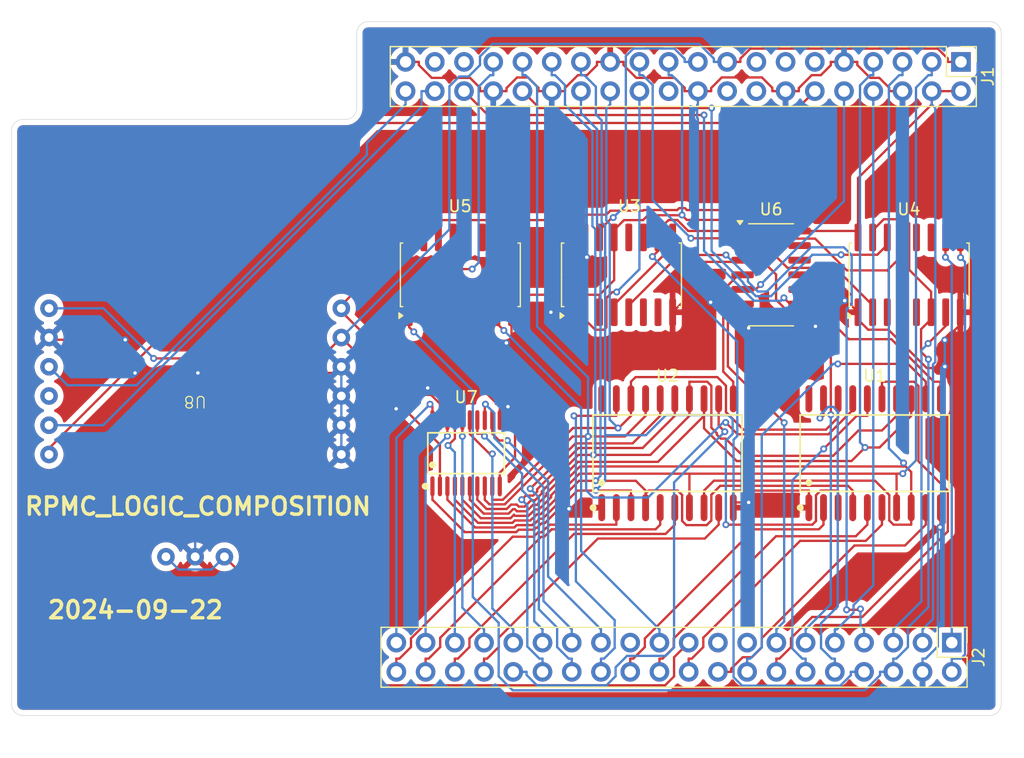
<source format=kicad_pcb>
(kicad_pcb (version 20240108) (generator "pcbnew") (generator_version "8.0")
  (layers (0 "F.Cu" signal) (31 "B.Cu" signal) (34 "B.Paste" user) (35 "F.Paste" user) (36 "B.SilkS" user "B.Silkscreen") (37 "F.SilkS" user "F.Silkscreen") (38 "B.Mask" user) (39 "F.Mask" user) (44 "Edge.Cuts" user))
  (net 0 "")
  (net 1 "/BCK")
  (net 2 "+3V3")
  (net 3 "/G16")
  (net 5 "GND")
  (net 6 "+5V")
  (net 7 "/G4")
  (net 8 "/G6")
  (net 10 "/GCLK")
  (net 11 "/G13")
  (net 12 "/G2")
  (net 13 "/G12")
  (net 15 "/G0")
  (net 16 "/G11")
  (net 17 "/LRC")
  (net 18 "/G15")
  (net 19 "/G17")
  (net 20 "/G7")
  (net 21 "/G8")
  (net 22 "/G10")
  (net 24 "/G3")
  (net 25 "/WAIT")
  (net 26 "/G5")
  (net 27 "/G9")
  (net 28 "/G1")
  (net 30 "/DIN")
  (net 32 "/A14")
  (net 33 "/A10")
  (net 34 "/MREQ")
  (net 35 "/A13")
  (net 36 "/A8")
  (net 37 "/D5")
  (net 38 "/M1")
  (net 39 "/INT")
  (net 40 "/RESET")
  (net 41 "/D7")
  (net 42 "/IORQ")
  (net 43 "/A4")
  (net 44 "/A7")
  (net 45 "/RFSH")
  (net 46 "/A3")
  (net 47 "/A15")
  (net 48 "/D6")
  (net 49 "/A9")
  (net 50 "/SLTSL_0")
  (net 51 "/A6")
  (net 52 "/BUSDIR")
  (net 53 "/A0")
  (net 54 "/A12")
  (net 55 "/RD")
  (net 56 "/SOUNDIN")
  (net 57 "/A1")
  (net 58 "/D1")
  (net 59 "/A5")
  (net 60 "/CLOCK")
  (net 61 "/D4")
  (net 62 "/A2")
  (net 63 "/A11")
  (net 64 "/SLTSL_1")
  (net 65 "/D2")
  (net 66 "/WR")
  (net 67 "/D0")
  (net 68 "/D3")
  (net 69 "/ADDRL")
  (net 72 "/ADDRH")
  (net 75 "/_ADDRH")
  (net 76 "/_ADDRL")
  (footprint "Connector_PinHeader_2.54mm:PinHeader_2x20_P2.54mm_Vertical" (layer "F.Cu") (at 141.7 82.96 -90)
    (property "Reference" "J2")
    (property "Value" "Conn_02x20_Odd_Even")
  )
  (footprint "footprint:TSSOP-20_L6.5-W4.4-P0.65-LS6.4-BL" (layer "F.Cu") (at 99.5 66.5)
    (property "Reference" "U7")
    (property "Value" "TXB0108PWR")
  )
  (footprint "Package_SO:SOIC-14_3.9x8.7mm_P1.27mm" (layer "F.Cu") (at 126 51)
    (property "Reference" "U6")
    (property "Value" "74HC04")
  )
  (footprint "Package_SO:SOIC-16W_5.3x10.2mm_P1.27mm" (layer "F.Cu") (at 99 51 90)
    (property "Reference" "U5")
    (property "Value" "74LS139")
  )
  (footprint "footprint:SOIC-20_L13.0-W7.6-P1.27-LS10.3-BL" (layer "F.Cu") (at 117 66.5)
    (property "Reference" "U2")
    (property "Value" "74HC373")
  )
  (footprint "Package_SO:SOIC-16W_5.3x10.2mm_P1.27mm" (layer "F.Cu") (at 138 51 90)
    (property "Reference" "U4")
    (property "Value" "74LS139")
  )
  (footprint "Package_SO:SOIC-16W_5.3x10.2mm_P1.27mm" (layer "F.Cu") (at 113 51 90)
    (property "Reference" "U3")
    (property "Value" "74LS139")
  )
  (footprint "footprint:SOIC-20_L13.0-W7.6-P1.27-LS10.3-BL" (layer "F.Cu") (at 135 66.5)
    (property "Reference" "U1")
    (property "Value" "74HC373")
  )
  (footprint "Connector_PinHeader_2.54mm:PinHeader_2x20_P2.54mm_Vertical" (layer "F.Cu") (at 142.5 32.5 -90)
    (property "Reference" "J1")
    (property "Value" "Raspberry_Pi_2_3")
  )
  (footprint "footprint:PCM1808_EVB" (layer "F.Cu") (at 75.96 60.26 180)
    (property "Reference" "U8")
    (property "Value" "~")
  )
  (gr_line (start 90 36.5) (end 90 30) (stroke (width 0.05)) (layer "Edge.Cuts"))
  (gr_line (start 60 88.292893) (end 60 38.5) (stroke (width 0.05)) (layer "Edge.Cuts"))
  (gr_arc (start 90 36.5) (mid 89.707107 37.207107) (end 89 37.5) (stroke (width 0.05)) (layer "Edge.Cuts"))
  (gr_line (start 61 37.5) (end 89 37.5) (stroke (width 0.05)) (layer "Edge.Cuts"))
  (gr_arc (start 61 89.292893) (mid 60.292893 89) (end 60 88.292893) (stroke (width 0.05)) (layer "Edge.Cuts"))
  (gr_line (start 145 89.292893) (end 61 89.292893) (stroke (width 0.05)) (layer "Edge.Cuts"))
  (gr_arc (start 146 88.292893) (mid 145.707107 89) (end 145 89.292893) (stroke (width 0.05)) (layer "Edge.Cuts"))
  (gr_arc (start 60 38.5) (mid 60.292893 37.792893) (end 61 37.5) (stroke (width 0.05)) (layer "Edge.Cuts"))
  (gr_arc (start 145 29) (mid 145.707107 29.292893) (end 146 30) (stroke (width 0.05)) (layer "Edge.Cuts"))
  (gr_line (start 146 30) (end 146 88.292893) (stroke (width 0.05)) (layer "Edge.Cuts"))
  (gr_arc (start 90 30) (mid 90.292893 29.292893) (end 91 29) (stroke (width 0.05)) (layer "Edge.Cuts"))
  (gr_line (start 91 29) (end 145 29) (stroke (width 0.05)) (layer "Edge.Cuts"))
  (gr_text "RPMC_LOGIC_COMPOSITION" (at 61 72 0) (layer "F.SilkS") (effects (font (size 1.5 1.5) (thickness 0.3) (bold yes)) (justify left bottom)))
  (gr_text "2024-09-22" (at 63 81 0) (layer "F.SilkS") (effects (font (size 1.5 1.5) (thickness 0.3) (bold yes)) (justify left bottom)))
  (segment (start 129.8 35.04) (end 127.0322 37.8078) (width 0.2) (layer "F.Cu") (net 1))
  (segment (start 91.5314 37.8078) (end 63.26 66.0792) (width 0.2) (layer "F.Cu") (net 1))
  (segment (start 63.26 66.0792) (end 63.26 66.61) (width 0.2) (layer "F.Cu") (net 1))
  (segment (start 127.0322 37.8078) (end 91.5314 37.8078) (width 0.2) (layer "F.Cu") (net 1))
  (segment (start 122.18 32.5) (end 123.3317 32.5) (width 0.2) (layer "F.Cu") (net 2))
  (segment (start 97.2249 69.371) (end 97.2249 65.7534) (width 0.2) (layer "F.Cu") (net 2))
  (segment (start 124.1955 31.3483) (end 140.4846 31.3483) (width 0.2) (layer "F.Cu") (net 2))
  (segment (start 94.0239 62.5524) (end 94.0239 61.8139) (width 0.2) (layer "F.Cu") (net 2))
  (segment (start 94.0239 61.8139) (end 88.66 56.45) (width 0.2) (layer "F.Cu") (net 2))
  (segment (start 86.8455 58.2645) (end 72.3494 58.2645) (width 0.2) (layer "F.Cu") (net 2))
  (segment (start 123.3317 32.2121) (end 124.1955 31.3483) (width 0.2) (layer "F.Cu") (net 2))
  (segment (start 88.66 56.45) (end 86.8455 58.2645) (width 0.2) (layer "F.Cu") (net 2))
  (segment (start 97.2249 65.7534) (end 94.0239 62.5524) (width 0.2) (layer "F.Cu") (net 2))
  (segment (start 141.3483 32.212) (end 141.3483 32.5) (width 0.2) (layer "F.Cu") (net 2))
  (segment (start 140.4846 31.3483) (end 141.3483 32.212) (width 0.2) (layer "F.Cu") (net 2))
  (segment (start 142.5 32.5) (end 141.3483 32.5) (width 0.2) (layer "F.Cu") (net 2))
  (segment (start 123.3317 32.5) (end 123.3317 32.2121) (width 0.2) (layer "F.Cu") (net 2))
  (via (at 72.3494 58.2645) (size 0.6) (drill 0.3) (layers "F.Cu" "B.Cu") (net 2))
  (segment (start 100.7083 32.0222) (end 100.7083 32.7758) (width 0.2) (layer "B.Cu") (net 2))
  (segment (start 98.05 47.06) (end 88.66 56.45) (width 0.2) (layer "B.Cu") (net 2))
  (segment (start 101.7956 30.9349) (end 100.7083 32.0222) (width 0.2) (layer "B.Cu") (net 2))
  (segment (start 119.7511 30.9349) (end 101.7956 30.9349) (width 0.2) (layer "B.Cu") (net 2))
  (segment (start 121.0283 32.2121) (end 119.7511 30.9349) (width 0.2) (layer "B.Cu") (net 2))
  (segment (start 122.18 32.5) (end 121.0283 32.5) (width 0.2) (layer "B.Cu") (net 2))
  (segment (start 121.0283 32.5) (end 121.0283 32.2121) (width 0.2) (layer "B.Cu") (net 2))
  (segment (start 98.9016 33.77) (end 98.05 34.6216) (width 0.2) (layer "B.Cu") (net 2))
  (segment (start 63.26 53.91) (end 67.9966 53.91) (width 0.2) (layer "B.Cu") (net 2))
  (segment (start 72.3494 58.2628) (end 72.3494 58.2645) (width 0.2) (layer "B.Cu") (net 2))
  (segment (start 100.7083 32.7758) (end 99.7141 33.77) (width 0.2) (layer "B.Cu") (net 2))
  (segment (start 99.7141 33.77) (end 98.9016 33.77) (width 0.2) (layer "B.Cu") (net 2))
  (segment (start 67.9966 53.91) (end 72.3494 58.2628) (width 0.2) (layer "B.Cu") (net 2))
  (segment (start 98.05 34.6216) (end 98.05 47.06) (width 0.2) (layer "B.Cu") (net 2))
  (segment (start 127.6542 53.54) (end 127.1127 52.9985) (width 0.2) (layer "F.Cu") (net 3))
  (segment (start 101.3955 37.1155) (end 99.32 35.04) (width 0.2) (layer "F.Cu") (net 3))
  (segment (start 128.475 53.54) (end 127.6542 53.54) (width 0.2) (layer "F.Cu") (net 3))
  (segment (start 120.175 37.1155) (end 101.3955 37.1155) (width 0.2) (layer "F.Cu") (net 3))
  (via (at 127.1127 52.9985) (size 0.6) (drill 0.3) (layers "F.Cu" "B.Cu") (net 3))
  (via (at 120.175 37.1155) (size 0.6) (drill 0.3) (layers "F.Cu" "B.Cu") (net 3))
  (segment (start 120.175 37.1155) (end 120.175 48.9188) (width 0.2) (layer "B.Cu") (net 3))
  (segment (start 124.5102 53.254) (end 126.8572 53.254) (width 0.2) (layer "B.Cu") (net 3))
  (segment (start 120.175 48.9188) (end 124.5102 53.254) (width 0.2) (layer "B.Cu") (net 3))
  (segment (start 126.8572 53.254) (end 127.1127 52.9985) (width 0.2) (layer "B.Cu") (net 3))
  (segment (start 119.64 35.04) (end 118.4883 35.04) (width 0.2) (layer "F.Cu") (net 5))
  (segment (start 133.555 54.8886) (end 134.4371 55.7707) (width 0.2) (layer "F.Cu") (net 5))
  (segment (start 129.5315 33.6517) (end 128.4117 34.7715) (width 0.2) (layer "F.Cu") (net 5))
  (segment (start 122.715 71.23) (end 122.715 70.7776) (width 0.2) (layer "F.Cu") (net 5))
  (segment (start 109.825 47.75) (end 109.825 49.3112) (width 0.2) (layer "F.Cu") (net 5))
  (segment (start 101.86 35.04) (end 100.7083 35.04) (width 0.2) (layer "F.Cu") (net 5))
  (segment (start 140.715 72.7117) (end 140.715 72.8986) (width 0.2) (layer "F.Cu") (net 5))
  (segment (start 126.1083 35.04) (end 126.1083 34.7521) (width 0.2) (layer "F.Cu") (net 5))
  (segment (start 106.94 35.04) (end 108.0917 35.04) (width 0.2) (layer "F.Cu") (net 5))
  (segment (start 119.64 35.04) (end 120.7917 35.04) (width 0.2) (layer "F.Cu") (net 5))
  (segment (start 103 56.9189) (end 103.445 56.4739) (width 0.2) (layer "F.Cu") (net 5))
  (segment (start 110.0046 33.6517) (end 109.2115 33.6517) (width 0.2) (layer "F.Cu") (net 5))
  (segment (start 124.0513 70.7776) (end 122.715 70.7776) (width 0.2) (layer "F.Cu") (net 5))
  (segment (start 133.4917 32.7685) (end 133.4917 32.5) (width 0.2) (layer "F.Cu") (net 5))
  (segment (start 103.0117 34.7715) (end 103.0117 35.04) (width 0.2) (layer "F.Cu") (net 5))
  (segment (start 124.0513 55.4778) (end 129.857 55.4778) (width 0.2) (layer "F.Cu") (net 5))
  (segment (start 142.445 54.25) (end 142.445 55.3201) (width 0.2) (layer "F.Cu") (net 5))
  (segment (start 140.715 72.8986) (end 140.6837 72.9299) (width 0.2) (layer "F.Cu") (net 5))
  (segment (start 132.34 32.5) (end 133.4917 32.5) (width 0.2) (layer "F.Cu") (net 5))
  (segment (start 122.715 69.7483) (end 129.285 69.7483) (width 0.2) (layer "F.Cu") (net 5))
  (segment (start 135.4046 33.8883) (end 134.6115 33.8883) (width 0.2) (layer "F.Cu") (net 5))
  (segment (start 134.6115 33.8883) (end 133.4917 32.7685) (width 0.2) (layer "F.Cu") (net 5))
  (segment (start 130.3246 33.6517) (end 129.5315 33.6517) (width 0.2) (layer "F.Cu") (net 5))
  (segment (start 112.02 32.5) (end 110.8683 32.5) (width 0.2) (layer "F.Cu") (net 5))
  (segment (start 100.7996 60.8307) (end 96.1607 60.8307) (width 0.2) (layer "F.Cu") (net 5))
  (segment (start 128.4117 34.7715) (end 128.4117 35.04) (width 0.2) (layer "F.Cu") (net 5))
  (segment (start 118.4883 35.04) (end 118.4883 34.752) (width 0.2) (layer "F.Cu") (net 5))
  (segment (start 111.285 71.23) (end 108.537 71.23) (width 0.2) (layer "F.Cu") (net 5))
  (segment (start 120.7917 34.7715) (end 120.7917 35.04) (width 0.2) (layer "F.Cu") (net 5))
  (segment (start 110.8683 32.5) (end 110.8683 32.788) (width 0.2) (layer "F.Cu") (net 5))
  (segment (start 94.24 32.5) (end 95.3917 32.5) (width 0.2) (layer "F.Cu") (net 5))
  (segment (start 132.3912 53.2402) (end 132.5452 53.2402) (width 0.2) (layer "F.Cu") (net 5))
  (segment (start 109.2115 33.6517) (end 108.0917 34.7715) (width 0.2) (layer "F.Cu") (net 5))
  (segment (start 109.825 49.3112) (end 109.9842 49.4704) (width 0.2) (layer "F.Cu") (net 5))
  (segment (start 105.7883 35.04) (end 105.7883 34.7521) (width 0.2) (layer "F.Cu") (net 5))
  (segment (start 70.7317 59.5276) (end 76.1964 59.5276) (width 0.2) (layer "F.Cu") (net 5))
  (segment (start 131.1883 32.788) (end 130.3246 33.6517) (width 0.2) (layer "F.Cu") (net 5))
  (segment (start 134.4371 55.7707) (end 136.1974 55.7707) (width 0.2) (layer "F.Cu") (net 5))
  (segment (start 127.26 35.04) (end 126.1083 35.04) (width 0.2) (layer "F.Cu") (net 5))
  (segment (start 140.715 71.23) (end 140.715 72.7117) (width 0.2) (layer "F.Cu") (net 5))
  (segment (start 113.1717 32.7685) (end 113.1717 32.5) (width 0.2) (layer "F.Cu") (net 5))
  (segment (start 133.555 54.25) (end 133.555 54.8886) (width 0.2) (layer "F.Cu") (net 5))
  (segment (start 103.445 56.4739) (end 103.445 54.25) (width 0.2) (layer "F.Cu") (net 5))
  (segment (start 106.94 35.04) (end 105.7883 35.04) (width 0.2) (layer "F.Cu") (net 5))
  (segment (start 101.86 35.04) (end 103.0117 35.04) (width 0.2) (layer "F.Cu") (net 5))
  (segment (start 63.4535 56.6435) (end 63.26 56.45) (width 0.2) (layer "F.Cu") (net 5))
  (segment (start 114.2915 33.8883) (end 113.1717 32.7685) (width 0.2) (layer "F.Cu") (net 5))
  (segment (start 137.42 35.04) (end 136.2683 35.04) (width 0.2) (layer "F.Cu") (net 5))
  (segment (start 117.6246 33.8883) (end 114.2915 33.8883) (width 0.2) (layer "F.Cu") (net 5))
  (segment (start 129.285 71.23) (end 129.285 69.7483) (width 0.2) (layer "F.Cu") (net 5))
  (segment (start 142.445 55.3201) (end 141.0923 56.6728) (width 0.2) (layer "F.Cu") (net 5))
  (segment (start 139.5262 59.0995) (end 140.9615 59.0995) (width 0.2) (layer "F.Cu") (net 5))
  (segment (start 140.9615 59.0995) (end 141.0923 58.9687) (width 0.2) (layer "F.Cu") (net 5))
  (segment (start 118.4883 34.752) (end 117.6246 33.8883) (width 0.2) (layer "F.Cu") (net 5))
  (segment (start 120.7481 53.3841) (end 118.3109 53.3841) (width 0.2) (layer "F.Cu") (net 5))
  (segment (start 104.8902 33.854) (end 103.9292 33.854) (width 0.2) (layer "F.Cu") (net 5))
  (segment (start 121.7138 33.8494) (end 120.7917 34.7715) (width 0.2) (layer "F.Cu") (net 5))
  (segment (start 102.4251 62.4562) (end 103.137 62.4562) (width 0.2) (layer "F.Cu") (net 5))
  (segment (start 88.1224 59.5276) (end 88.66 58.99) (width 0.2) (layer "F.Cu") (net 5))
  (segment (start 123.525 54.81) (end 124.0513 55.3363) (width 0.2) (layer "F.Cu") (net 5))
  (segment (start 96.5115 33.8883) (end 95.3917 32.7685) (width 0.2) (layer "F.Cu") (net 5))
  (segment (start 127.26 35.04) (end 128.4117 35.04) (width 0.2) (layer "F.Cu") (net 5))
  (segment (start 69.8792 56.6435) (end 63.4535 56.6435) (width 0.2) (layer "F.Cu") (net 5))
  (segment (start 118.3109 53.3841) (end 117.445 54.25) (width 0.2) (layer "F.Cu") (net 5))
  (segment (start 132.5452 53.2402) (end 133.555 54.25) (width 0.2) (layer "F.Cu") (net 5))
  (segment (start 136.2683 35.04) (end 136.2683 34.752) (width 0.2) (layer "F.Cu") (net 5))
  (segment (start 122.715 70.7776) (end 122.715 69.7483) (width 0.2) (layer "F.Cu") (net 5))
  (segment (start 95.3917 32.7685) (end 95.3917 32.5) (width 0.2) (layer "F.Cu") (net 5))
  (segment (start 102.4251 63.629) (end 102.4251 62.4562) (width 0.2) (layer "F.Cu") (net 5))
  (segment (start 110.8683 32.788) (end 110.0046 33.6517) (width 0.2) (layer "F.Cu") (net 5))
  (segment (start 108.537 71.23) (end 108.4365 71.3305) (width 0.2) (layer "F.Cu") (net 5))
  (segment (start 108.0917 34.7715) (end 108.0917 35.04) (width 0.2) (layer "F.Cu") (net 5))
  (segment (start 136.2683 34.752) (end 135.4046 33.8883) (width 0.2) (layer "F.Cu") (net 5))
  (segment (start 103.445 54.25) (end 106.8685 54.25) (width 0.2) (layer "F.Cu") (net 5))
  (segment (start 105.7883 34.7521) (end 104.8902 33.854) (width 0.2) (layer "F.Cu") (net 5))
  (segment (start 99.8446 33.8883) (end 96.5115 33.8883) (width 0.2) (layer "F.Cu") (net 5))
  (segment (start 102.4251 62.4562) (end 100.7996 60.8307) (width 0.2) (layer "F.Cu") (net 5))
  (segment (start 103.9292 33.854) (end 103.0117 34.7715) (width 0.2) (layer "F.Cu") (net 5))
  (segment (start 106.8685 54.25) (end 108.555 54.25) (width 0.2) (layer "F.Cu") (net 5))
  (segment (start 124.0513 55.3363) (end 124.0513 55.4778) (width 0.2) (layer "F.Cu") (net 5))
  (segment (start 136.1974 55.7707) (end 139.5262 59.0995) (width 0.2) (layer "F.Cu") (net 5))
  (segment (start 126.1083 34.7521) (end 125.2056 33.8494) (width 0.2) (layer "F.Cu") (net 5))
  (segment (start 112.02 32.5) (end 113.1717 32.5) (width 0.2) (layer "F.Cu") (net 5))
  (segment (start 93.4222 62.6419) (end 89.7719 62.6419) (width 0.2) (layer "F.Cu") (net 5))
  (segment (start 131.1883 32.5) (end 131.1883 32.788) (width 0.2) (layer "F.Cu") (net 5))
  (segment (start 100.7083 34.752) (end 99.8446 33.8883) (width 0.2) (layer "F.Cu") (net 5))
  (segment (start 132.34 32.5) (end 131.1883 32.5) (width 0.2) (layer "F.Cu") (net 5))
  (segment (start 124.0513 55.4778) (end 124.0513 55.6193) (width 0.2) (layer "F.Cu") (net 5))
  (segment (start 89.7719 62.6419) (end 88.66 61.53) (width 0.2) (layer "F.Cu") (net 5))
  (segment (start 100.7083 35.04) (end 100.7083 34.752) (width 0.2) (layer "F.Cu") (net 5))
  (segment (start 76.1964 59.5276) (end 88.1224 59.5276) (width 0.2) (layer "F.Cu") (net 5))
  (segment (start 125.2056 33.8494) (end 121.7138 33.8494) (width 0.2) (layer "F.Cu") (net 5))
  (via (at 129.857 55.4778) (size 0.6) (drill 0.3) (layers "F.Cu" "B.Cu") (net 5))
  (via (at 69.8792 56.6435) (size 0.6) (drill 0.3) (layers "F.Cu" "B.Cu") (net 5))
  (via (at 70.7317 59.5276) (size 0.6) (drill 0.3) (layers "F.Cu" "B.Cu") (net 5))
  (via (at 141.0923 58.9687) (size 0.6) (drill 0.3) (layers "F.Cu" "B.Cu") (net 5))
  (via (at 109.9842 49.4704) (size 0.6) (drill 0.3) (layers "F.Cu" "B.Cu") (net 5))
  (via (at 108.4365 71.3305) (size 0.6) (drill 0.3) (layers "F.Cu" "B.Cu") (net 5))
  (via (at 120.7481 53.3841) (size 0.6) (drill 0.3) (layers "F.Cu" "B.Cu") (net 5))
  (via (at 140.6837 72.9299) (size 0.6) (drill 0.3) (layers "F.Cu" "B.Cu") (net 5))
  (via (at 106.8685 54.25) (size 0.6) (drill 0.3) (layers "F.Cu" "B.Cu") (net 5))
  (via (at 96.1607 60.8307) (size 0.6) (drill 0.3) (layers "F.Cu" "B.Cu") (net 5))
  (via (at 103 56.9189) (size 0.6) (drill 0.3) (layers "F.Cu" "B.Cu") (net 5))
  (via (at 103.137 62.4562) (size 0.6) (drill 0.3) (layers "F.Cu" "B.Cu") (net 5))
  (via (at 141.0923 56.6728) (size 0.6) (drill 0.3) (layers "F.Cu" "B.Cu") (net 5))
  (via (at 93.4222 62.6419) (size 0.6) (drill 0.3) (layers "F.Cu" "B.Cu") (net 5))
  (via (at 76.1964 59.5276) (size 0.6) (drill 0.3) (layers "F.Cu" "B.Cu") (net 5))
  (via (at 132.3912 53.2402) (size 0.6) (drill 0.3) (layers "F.Cu" "B.Cu") (net 5))
  (via (at 124.0513 70.7776) (size 0.6) (drill 0.3) (layers "F.Cu" "B.Cu") (net 5))
  (via (at 124.0513 55.6193) (size 0.6) (drill 0.3) (layers "F.Cu" "B.Cu") (net 5))
  (segment (start 132.3912 53.2402) (end 130.1536 55.4778) (width 0.2) (layer "B.Cu") (net 5))
  (segment (start 96.1607 60.8307) (end 95.2334 60.8307) (width 0.2) (layer "B.Cu") (net 5))
  (segment (start 119.64 36.1917) (end 119.5733 36.2584) (width 0.2) (layer "B.Cu") (net 5))
  (segment (start 119.64 52.276) (end 120.7481 53.3841) (width 0.2) (layer "B.Cu") (net 5))
  (segment (start 139.16 85.5) (end 139.16 84.3483) (width 0.2) (layer "B.Cu") (net 5))
  (segment (start 88.66 61.53) (end 88.66 64.07) (width 0.2) (layer "B.Cu") (net 5))
  (segment (start 141.0923 72.5213) (end 141.0923 58.9687) (width 0.2) (layer "B.Cu") (net 5))
  (segment (start 103.137 62.4562) (end 103.137 57.0559) (width 0.2) (layer "B.Cu") (net 5))
  (segment (start 109.9842 51.1343) (end 106.8685 54.25) (width 0.2) (layer "B.Cu") (net 5))
  (segment (start 109.9842 49.4704) (end 109.9842 51.1343) (width 0.2) (layer "B.Cu") (net 5))
  (segment (start 109.9842 39.2359) (end 106.94 36.1917) (width 0.2) (layer "B.Cu") (net 5))
  (segment (start 69.8792 58.6751) (end 69.8792 56.6435) (width 0.2) (layer "B.Cu") (net 5))
  (segment (start 124.0513 55.6193) (end 122.9833 55.6193) (width 0.2) (layer "B.Cu") (net 5))
  (segment (start 76.1964 59.5276) (end 75.96 59.764) (width 0.2) (layer "B.Cu") (net 5))
  (segment (start 106.94 35.04) (end 106.94 36.1917) (width 0.2) (layer "B.Cu") (net 5))
  (segment (start 88.66 58.99) (end 88.66 61.53) (width 0.2) (layer "B.Cu") (net 5))
  (segment (start 119.64 37.4313) (end 119.64 52.276) (width 0.2) (layer "B.Cu") (net 5))
  (segment (start 119.64 35.04) (end 119.64 36.1917) (width 0.2) (layer "B.Cu") (net 5))
  (segment (start 95.2334 60.8307) (end 93.4222 62.6419) (width 0.2) (layer "B.Cu") (net 5))
  (segment (start 119.5733 37.3646) (end 119.64 37.4313) (width 0.2) (layer "B.Cu") (net 5))
  (segment (start 122.9833 55.6193) (end 120.7481 53.3841) (width 0.2) (layer "B.Cu") (net 5))
  (segment (start 140.49 83.2868) (end 140.49 73.1236) (width 0.2) (layer "B.Cu") (net 5))
  (segment (start 140.49 73.1236) (end 140.6837 72.9299) (width 0.2) (layer "B.Cu") (net 5))
  (segment (start 109.9842 49.4704) (end 109.9842 39.2359) (width 0.2) (layer "B.Cu") (net 5))
  (segment (start 141.0923 58.9687) (end 141.0923 56.6728) (width 0.2) (layer "B.Cu") (net 5))
  (segment (start 140.6837 72.9299) (end 141.0923 72.5213) (width 0.2) (layer "B.Cu") (net 5))
  (segment (start 119.5733 36.2584) (end 119.5733 37.3646) (width 0.2) (layer "B.Cu") (net 5))
  (segment (start 103.137 57.0559) (end 103 56.9189) (width 0.2) (layer "B.Cu") (net 5))
  (segment (start 88.66 64.07) (end 88.66 66.61) (width 0.2) (layer "B.Cu") (net 5))
  (segment (start 124.0513 70.7776) (end 124.0513 55.6193) (width 0.2) (layer "B.Cu") (net 5))
  (segment (start 130.1536 55.4778) (end 129.857 55.4778) (width 0.2) (layer "B.Cu") (net 5))
  (segment (start 70.7317 59.5276) (end 69.8792 58.6751) (width 0.2) (layer "B.Cu") (net 5))
  (segment (start 108.4365 67.7557) (end 108.4365 71.3305) (width 0.2) (layer "B.Cu") (net 5))
  (segment (start 75.96 59.764) (end 75.96 75.5) (width 0.2) (layer "B.Cu") (net 5))
  (segment (start 139.16 84.3483) (end 139.4285 84.3483) (width 0.2) (layer "B.Cu") (net 5))
  (segment (start 103.137 62.4562) (end 108.4365 67.7557) (width 0.2) (layer "B.Cu") (net 5))
  (segment (start 139.4285 84.3483) (end 140.49 83.2868) (width 0.2) (layer "B.Cu") (net 5))
  (segment (start 88.66 53.91) (end 88.66 54.1808) (width 0.2) (layer "F.Cu") (net 6))
  (segment (start 139.96 36.1917) (end 133.555 42.5967) (width 0.2) (layer "F.Cu") (net 6))
  (segment (start 111.6855 45.7743) (end 109.9548 45.7743) (width 0.2) (layer "F.Cu") (net 6))
  (segment (start 108.2671 47.462) (end 107.0505 46.2455) (width 0.2) (layer "F.Cu") (net 6))
  (segment (start 118.0161 45.204) (end 117.8475 45.3726) (width 0.2) (layer "F.Cu") (net 6))
  (segment (start 109.9548 45.7743) (end 108.2671 47.462) (width 0.2) (layer "F.Cu") (net 6))
  (segment (start 97.2249 63.629) (end 97.2249 62.1996) (width 0.2) (layer "F.Cu") (net 6))
  (segment (start 133.555 47.19) (end 128.475 47.19) (width 0.2) (layer "F.Cu") (net 6))
  (segment (start 94.555 47.0992) (end 94.555 47.75) (width 0.2) (layer "F.Cu") (net 6))
  (segment (start 133.555 47.19) (end 133.555 47.75) (width 0.2) (layer "F.Cu") (net 6))
  (segment (start 124.4877 45.7743) (end 124.086 45.3726) (width 0.2) (layer "F.Cu") (net 6))
  (segment (start 139.96 35.04) (end 139.96 36.1917) (width 0.2) (layer "F.Cu") (net 6))
  (segment (start 133.555 42.5967) (end 133.555 47.19) (width 0.2) (layer "F.Cu") (net 6))
  (segment (start 96.4577 61.4324) (end 97.2249 62.1996) (width 0.2) (layer "F.Cu") (net 6))
  (segment (start 114.8639 45.4266) (end 112.0332 45.4266) (width 0.2) (layer "F.Cu") (net 6))
  (segment (start 142.5 35.04) (end 139.96 35.04) (width 0.2) (layer "F.Cu") (net 6))
  (segment (start 88.66 53.645) (end 88.66 53.91) (width 0.2) (layer "F.Cu") (net 6))
  (segment (start 112.0332 45.4266) (end 111.6855 45.7743) (width 0.2) (layer "F.Cu") (net 6))
  (segment (start 126.4913 45.7743) (end 124.4877 45.7743) (width 0.2) (layer "F.Cu") (net 6))
  (segment (start 127.2459 46.5289) (end 126.4913 45.7743) (width 0.2) (layer "F.Cu") (net 6))
  (segment (start 107.0505 46.2455) (end 95.4087 46.2455) (width 0.2) (layer "F.Cu") (net 6))
  (segment (start 95.4087 46.2455) (end 94.555 47.0992) (width 0.2) (layer "F.Cu") (net 6))
  (segment (start 95.9116 61.4324) (end 96.4577 61.4324) (width 0.2) (layer "F.Cu") (net 6))
  (segment (start 114.9179 45.3726) (end 114.8639 45.4266) (width 0.2) (layer "F.Cu") (net 6))
  (segment (start 117.8475 45.3726) (end 114.9179 45.3726) (width 0.2) (layer "F.Cu") (net 6))
  (segment (start 128.475 47.19) (end 127.8139 46.5289) (width 0.2) (layer "F.Cu") (net 6))
  (segment (start 94.555 47.75) (end 88.66 53.645) (width 0.2) (layer "F.Cu") (net 6))
  (segment (start 108.555 47.75) (end 108.2671 47.462) (width 0.2) (layer "F.Cu") (net 6))
  (segment (start 124.086 45.3726) (end 118.6846 45.3726) (width 0.2) (layer "F.Cu") (net 6))
  (segment (start 88.66 54.1808) (end 95.9116 61.4324) (width 0.2) (layer "F.Cu") (net 6))
  (segment (start 127.8139 46.5289) (end 127.2459 46.5289) (width 0.2) (layer "F.Cu") (net 6))
  (segment (start 118.6846 45.3726) (end 118.516 45.204) (width 0.2) (layer "F.Cu") (net 6))
  (segment (start 118.516 45.204) (end 118.0161 45.204) (width 0.2) (layer "F.Cu") (net 6))
  (segment (start 140.2697 58.5863) (end 140.2697 36.5014) (width 0.2) (layer "B.Cu") (net 6))
  (segment (start 139.16 81.8083) (end 140.0697 80.8986) (width 0.2) (layer "B.Cu") (net 6))
  (segment (start 139.16 82.96) (end 139.16 81.8083) (width 0.2) (layer "B.Cu") (net 6))
  (segment (start 140.0697 80.8986) (end 140.0697 58.7863) (width 0.2) (layer "B.Cu") (net 6))
  (segment (start 139.96 35.04) (end 139.96 36.1917) (width 0.2) (layer "B.Cu") (net 6))
  (segment (start 140.0697 58.7863) (end 140.2697 58.5863) (width 0.2) (layer "B.Cu") (net 6))
  (segment (start 140.2697 36.5014) (end 139.96 36.1917) (width 0.2) (layer "B.Cu") (net 6))
  (segment (start 138.175 63.2517) (end 135.4231 66.0036) (width 0.2) (layer "F.Cu") (net 7))
  (segment (start 99.8251 69.371) (end 99.8251 70.5438) (width 0.2) (layer "F.Cu") (net 7))
  (segment (start 120.175 63.2517) (end 120.175 64.3416) (width 0.2) (layer "F.Cu") (net 7))
  (segment (start 109.2209 67.2521) (end 116.1746 67.2521) (width 0.2) (layer "F.Cu") (net 7))
  (segment (start 123.0121 67.1787) (end 132.9903 67.1787) (width 0.2) (layer "F.Cu") (net 7))
  (segment (start 120.175 61.77) (end 120.175 63.2517) (width 0.2) (layer "F.Cu") (net 7))
  (segment (start 116.1746 67.2521) (end 120.175 63.2517) (width 0.2) (layer "F.Cu") (net 7))
  (segment (start 132.9903 67.1787) (end 134.1654 66.0036) (width 0.2) (layer "F.Cu") (net 7))
  (segment (start 105.3136 70.9873) (end 105.6566 70.9873) (width 0.2) (layer "F.Cu") (net 7))
  (segment (start 103.7371 71.3653) (end 103.9149 71.5431) (width 0.2) (layer "F.Cu") (net 7))
  (segment (start 103.5766 71.3653) (end 103.7371 71.3653) (width 0.2) (layer "F.Cu") (net 7))
  (segment (start 104.7458 71.5431) (end 104.9236 71.3653) (width 0.2) (layer "F.Cu") (net 7))
  (segment (start 103.9149 71.5431) (end 104.7458 71.5431) (width 0.2) (layer "F.Cu") (net 7))
  (segment (start 104.9236 71.3653) (end 104.9356 71.3653) (width 0.2) (layer "F.Cu") (net 7))
  (segment (start 105.6566 70.9873) (end 106.4799 70.164) (width 0.2) (layer "F.Cu") (net 7))
  (segment (start 106.4799 69.9931) (end 109.2209 67.2521) (width 0.2) (layer "F.Cu") (net 7))
  (segment (start 104.9356 71.3653) (end 105.3136 70.9873) (width 0.2) (layer "F.Cu") (net 7))
  (segment (start 99.8251 70.5438) (end 101.0302 71.7489) (width 0.2) (layer "F.Cu") (net 7))
  (segment (start 106.4799 70.164) (end 106.4799 69.9931) (width 0.2) (layer "F.Cu") (net 7))
  (segment (start 120.175 64.3416) (end 123.0121 67.1787) (width 0.2) (layer "F.Cu") (net 7))
  (segment (start 103.193 71.7489) (end 103.5766 71.3653) (width 0.2) (layer "F.Cu") (net 7))
  (segment (start 101.0302 71.7489) (end 103.193 71.7489) (width 0.2) (layer "F.Cu") (net 7))
  (segment (start 138.175 61.77) (end 138.175 63.2517) (width 0.2) (layer "F.Cu") (net 7))
  (segment (start 135.4231 66.0036) (end 134.1654 66.0036) (width 0.2) (layer "F.Cu") (net 7))
  (via (at 134.1654 66.0036) (size 0.6) (drill 0.3) (layers "F.Cu" "B.Cu") (net 7))
  (segment (start 133.7259 65.5641) (end 133.7259 34.5373) (width 0.2) (layer "B.Cu") (net 7))
  (segment (start 133.7259 34.5373) (end 134.6115 33.6517) (width 0.2) (layer "B.Cu") (net 7))
  (segment (start 134.88 32.5) (end 134.88 33.6517) (width 0.2) (layer "B.Cu") (net 7))
  (segment (start 134.6115 33.6517) (end 134.88 33.6517) (width 0.2) (layer "B.Cu") (net 7))
  (segment (start 134.1654 66.0036) (end 133.7259 65.5641) (width 0.2) (layer "B.Cu") (net 7))
  (segment (start 113.3015 65.0452) (end 110.0965 65.0452) (width 0.2) (layer "F.Cu") (net 8))
  (segment (start 110.0965 65.0452) (end 108.7607 65.0452) (width 0.2) (layer "F.Cu") (net 8))
  (segment (start 101.1251 69.371) (end 101.1251 70.5438) (width 0.2) (layer "F.Cu") (net 8))
  (segment (start 115.095 61.77) (end 115.095 63.2517) (width 0.2) (layer "F.Cu") (net 8))
  (segment (start 115.095 63.2517) (end 113.3015 65.0452) (width 0.2) (layer "F.Cu") (net 8))
  (segment (start 101.5268 70.9455) (end 101.1251 70.5438) (width 0.2) (layer "F.Cu") (net 8))
  (segment (start 123.0853 64.8554) (end 122.0552 63.8253) (width 0.2) (layer "F.Cu") (net 8))
  (segment (start 130.9871 64.8554) (end 123.0853 64.8554) (width 0.2) (layer "F.Cu") (net 8))
  (segment (start 133.095 61.77) (end 133.095 62.7475) (width 0.2) (layer "F.Cu") (net 8))
  (segment (start 102.8604 70.9455) (end 101.5268 70.9455) (width 0.2) (layer "F.Cu") (net 8))
  (segment (start 108.7607 65.0452) (end 102.8604 70.9455) (width 0.2) (layer "F.Cu") (net 8))
  (segment (start 133.095 62.7475) (end 130.9871 64.8554) (width 0.2) (layer "F.Cu") (net 8))
  (via (at 110.0965 65.0452) (size 0.6) (drill 0.3) (layers "F.Cu" "B.Cu") (net 8))
  (via (at 122.0552 63.8253) (size 0.6) (drill 0.3) (layers "F.Cu" "B.Cu") (net 8))
  (segment (start 121.8362 63.8253) (end 115.3095 70.352) (width 0.2) (layer "B.Cu") (net 8))
  (segment (start 104.4 32.5) (end 104.4 33.6517) (width 0.2) (layer "B.Cu") (net 8))
  (segment (start 104.4 33.6517) (end 104.6685 33.6517) (width 0.2) (layer "B.Cu") (net 8))
  (segment (start 109.931 69.7278) (end 109.931 65.2107) (width 0.2) (layer "B.Cu") (net 8))
  (segment (start 109.931 65.2107) (end 110.0965 65.0452) (width 0.2) (layer "B.Cu") (net 8))
  (segment (start 104.6685 33.6517) (end 105.67 34.6532) (width 0.2) (layer "B.Cu") (net 8))
  (segment (start 122.0552 63.8253) (end 121.8362 63.8253) (width 0.2) (layer "B.Cu") (net 8))
  (segment (start 105.67 55.4922) (end 110.0965 59.9187) (width 0.2) (layer "B.Cu") (net 8))
  (segment (start 115.3095 70.352) (end 110.5552 70.352) (width 0.2) (layer "B.Cu") (net 8))
  (segment (start 105.67 34.6532) (end 105.67 55.4922) (width 0.2) (layer "B.Cu") (net 8))
  (segment (start 110.5552 70.352) (end 109.931 69.7278) (width 0.2) (layer "B.Cu") (net 8))
  (segment (start 110.0965 59.9187) (end 110.0965 65.0452) (width 0.2) (layer "B.Cu") (net 8))
  (segment (start 63.26 58.99) (end 64.8648 60.5948) (width 0.2) (layer "B.Cu") (net 10))
  (segment (start 64.8648 60.5948) (end 70.8701 60.5948) (width 0.2) (layer "B.Cu") (net 10))
  (segment (start 70.8701 60.5948) (end 90.881 40.5839) (width 0.2) (layer "B.Cu") (net 10))
  (segment (start 90.881 40.5839) (end 90.881 39.5507) (width 0.2) (layer "B.Cu") (net 10))
  (segment (start 94.24 35.04) (end 94.24 36.1917) (width 0.2) (layer "B.Cu") (net 10))
  (segment (start 90.881 39.5507) (end 94.24 36.1917) (width 0.2) (layer "B.Cu") (net 10))
  (segment (start 95.825 54.25) (end 95.825 53.6186) (width 0.2) (layer "F.Cu") (net 11))
  (segment (start 95.825 53.6186) (end 98.9402 50.5034) (width 0.2) (layer "F.Cu") (net 11))
  (segment (start 98.9402 50.5034) (end 100.0288 50.5034) (width 0.2) (layer "F.Cu") (net 11))
  (via (at 100.0288 50.5034) (size 0.6) (drill 0.3) (layers "F.Cu" "B.Cu") (net 11))
  (segment (start 100.59 34.6532) (end 101.5915 33.6517) (width 0.2) (layer "B.Cu") (net 11))
  (segment (start 101.5915 33.6517) (end 101.86 33.6517) (width 0.2) (layer "B.Cu") (net 11))
  (segment (start 100.59 49.9422) (end 100.59 34.6532) (width 0.2) (layer "B.Cu") (net 11))
  (segment (start 101.86 32.5) (end 101.86 33.6517) (width 0.2) (layer "B.Cu") (net 11))
  (segment (start 100.0288 50.5034) (end 100.59 49.9422) (width 0.2) (layer "B.Cu") (net 11))
  (segment (start 118.905 68.2808) (end 118.905 71.23) (width 0.2) (layer "F.Cu") (net 12))
  (segment (start 136.905 68.2808) (end 118.905 68.2808) (width 0.2) (layer "F.Cu") (net 12))
  (segment (start 98.5249 69.371) (end 98.5249 70.5438) (width 0.2) (layer "F.Cu") (net 12))
  (segment (start 105.6815 71.7907) (end 105.9892 71.7907) (width 0.2) (layer "F.Cu") (net 12))
  (segment (start 109.3452 68.2808) (end 118.905 68.2808) (width 0.2) (layer "F.Cu") (net 12))
  (segment (start 103.7314 72.3465) (end 105.0784 72.3465) (width 0.2) (layer "F.Cu") (net 12))
  (segment (start 100.5334 72.5523) (end 103.5256 72.5523) (width 0.2) (layer "F.Cu") (net 12))
  (segment (start 105.3035 72.1687) (end 105.6815 71.7907) (width 0.2) (layer "F.Cu") (net 12))
  (segment (start 137.442 68.2782) (end 136.9076 68.2782) (width 0.2) (layer "F.Cu") (net 12))
  (segment (start 107.2833 70.4966) (end 107.2833 70.3427) (width 0.2) (layer "F.Cu") (net 12))
  (segment (start 107.2833 70.3427) (end 109.3452 68.2808) (width 0.2) (layer "F.Cu") (net 12))
  (segment (start 103.5256 72.5523) (end 103.7314 72.3465) (width 0.2) (layer "F.Cu") (net 12))
  (segment (start 105.0784 72.3465) (end 105.2562 72.1687) (width 0.2) (layer "F.Cu") (net 12))
  (segment (start 105.2562 72.1687) (end 105.3035 72.1687) (width 0.2) (layer "F.Cu") (net 12))
  (segment (start 98.5249 70.5438) (end 100.5334 72.5523) (width 0.2) (layer "F.Cu") (net 12))
  (segment (start 105.9892 71.7907) (end 107.2833 70.4966) (width 0.2) (layer "F.Cu") (net 12))
  (segment (start 136.9076 68.2782) (end 136.905 68.2808) (width 0.2) (layer "F.Cu") (net 12))
  (segment (start 136.905 71.23) (end 136.905 68.2808) (width 0.2) (layer "F.Cu") (net 12))
  (via (at 137.442 68.2782) (size 0.6) (drill 0.3) (layers "F.Cu" "B.Cu") (net 12))
  (segment (start 139.6721 33.6517) (end 138.5915 34.7323) (width 0.2) (layer "B.Cu") (net 12))
  (segment (start 138.5915 34.7323) (end 138.5915 67.1287) (width 0.2) (layer "B.Cu") (net 12))
  (segment (start 138.5915 67.1287) (end 137.442 68.2782) (width 0.2) (layer "B.Cu") (net 12))
  (segment (start 139.96 32.5) (end 139.96 33.6517) (width 0.2) (layer "B.Cu") (net 12))
  (segment (start 139.96 33.6517) (end 139.6721 33.6517) (width 0.2) (layer "B.Cu") (net 12))
  (segment (start 135.2292 49.2572) (end 132.0822 49.2572) (width 0.2) (layer "F.Cu") (net 13))
  (segment (start 105.8738 36.5138) (end 104.4 35.04) (width 0.2) (layer "F.Cu") (net 13))
  (segment (start 136.095 48.3914) (end 135.2292 49.2572) (width 0.2) (layer "F.Cu") (net 13))
  (segment (start 136.095 47.75) (end 136.095 48.3914) (width 0.2) (layer "F.Cu") (net 13))
  (segment (start 120.8331 36.5138) (end 105.8738 36.5138) (width 0.2) (layer "F.Cu") (net 13))
  (via (at 132.0822 49.2572) (size 0.6) (drill 0.3) (layers "F.Cu" "B.Cu") (net 13))
  (via (at 120.8331 36.5138) (size 0.6) (drill 0.3) (layers "F.Cu" "B.Cu") (net 13))
  (segment (start 129.5915 49.2573) (end 132.0822 49.2573) (width 0.2) (layer "B.Cu") (net 13))
  (segment (start 120.8331 48.9291) (end 123.5857 51.6817) (width 0.2) (layer "B.Cu") (net 13))
  (segment (start 125.9965 52.8523) (end 129.5915 49.2573) (width 0.2) (layer "B.Cu") (net 13))
  (segment (start 123.5857 51.7615) (end 124.6765 52.8523) (width 0.2) (layer "B.Cu") (net 13))
  (segment (start 124.6765 52.8523) (end 125.9965 52.8523) (width 0.2) (layer "B.Cu") (net 13))
  (segment (start 123.5857 51.6817) (end 123.5857 51.7615) (width 0.2) (layer "B.Cu") (net 13))
  (segment (start 132.0822 49.2573) (end 132.0822 49.2572) (width 0.2) (layer "B.Cu") (net 13))
  (segment (start 120.8331 36.5138) (end 120.8331 48.9291) (width 0.2) (layer "B.Cu") (net 13))
  (segment (start 103.8582 73.3557) (end 104.064 73.1499) (width 0.2) (layer "F.Cu") (net 15))
  (segment (start 129.5822 72.7117) (end 122.0715 72.7117) (width 0.2) (layer "F.Cu") (net 15))
  (segment (start 104.064 73.1499) (end 105.411 73.1499) (width 0.2) (layer "F.Cu") (net 15))
  (segment (start 110.7763 69.7483) (end 110.7763 69.7221) (width 0.2) (layer "F.Cu") (net 15))
  (segment (start 131.825 69.7483) (end 130.3045 69.7483) (width 0.2) (layer "F.Cu") (net 15))
  (segment (start 106.3218 72.5941) (end 109.1676 69.7483) (width 0.2) (layer "F.Cu") (net 15))
  (segment (start 105.5888 72.9721) (end 105.6755 72.9721) (width 0.2) (layer "F.Cu") (net 15))
  (segment (start 113.825 71.1427) (end 113.825 69.7483) (width 0.2) (layer "F.Cu") (net 15))
  (segment (start 106.0535 72.5941) (end 106.3218 72.5941) (width 0.2) (layer "F.Cu") (net 15))
  (segment (start 131.825 71.23) (end 131.825 69.7483) (width 0.2) (layer "F.Cu") (net 15))
  (segment (start 129.9023 72.3916) (end 129.5822 72.7117) (width 0.2) (layer "F.Cu") (net 15))
  (segment (start 96.5749 69.371) (end 96.5749 70.5438) (width 0.2) (layer "F.Cu") (net 15))
  (segment (start 110.7763 69.7483) (end 113.825 69.7483) (width 0.2) (layer "F.Cu") (net 15))
  (segment (start 129.9023 70.1505) (end 129.9023 72.3916) (width 0.2) (layer "F.Cu") (net 15))
  (segment (start 105.6755 72.9721) (end 106.0535 72.5941) (width 0.2) (layer "F.Cu") (net 15))
  (segment (start 113.825 71.1427) (end 113.825 71.23) (width 0.2) (layer "F.Cu") (net 15))
  (segment (start 109.1676 69.7483) (end 110.7763 69.7483) (width 0.2) (layer "F.Cu") (net 15))
  (segment (start 105.411 73.1499) (end 105.5888 72.9721) (width 0.2) (layer "F.Cu") (net 15))
  (segment (start 96.5749 70.5438) (end 99.3868 73.3557) (width 0.2) (layer "F.Cu") (net 15))
  (segment (start 99.3868 73.3557) (end 103.8582 73.3557) (width 0.2) (layer "F.Cu") (net 15))
  (segment (start 130.3045 69.7483) (end 129.9023 70.1505) (width 0.2) (layer "F.Cu") (net 15))
  (via (at 122.0715 72.7117) (size 0.6) (drill 0.3) (layers "F.Cu" "B.Cu") (net 15))
  (via (at 110.7763 69.7221) (size 0.6) (drill 0.3) (layers "F.Cu" "B.Cu") (net 15))
  (segment (start 111.5797 64.9348) (end 111.5797 68.9187) (width 0.2) (layer "B.Cu") (net 15))
  (segment (start 122.2799 63.1888) (end 122.6598 63.5687) (width 0.2) (layer "B.Cu") (net 15))
  (segment (start 122.0715 65.4122) (end 122.0715 72.7117) (width 0.2) (layer "B.Cu") (net 15))
  (segment (start 111.5797 68.9187) (end 110.7763 69.7221) (width 0.2) (layer "B.Cu") (net 15))
  (segment (start 109.7679 33.6517) (end 110.7763 34.6601) (width 0.2) (layer "B.Cu") (net 15))
  (segment (start 109.48 32.5) (end 109.48 33.6517) (width 0.2) (layer "B.Cu") (net 15))
  (segment (start 111.5797 64.9348) (end 115.118 64.9348) (width 0.2) (layer "B.Cu") (net 15))
  (segment (start 109.48 33.6517) (end 109.7679 33.6517) (width 0.2) (layer "B.Cu") (net 15))
  (segment (start 111.2789 46.4437) (end 111.5797 46.7445) (width 0.2) (layer "B.Cu") (net 15))
  (segment (start 122.6598 64.8239) (end 122.0715 65.4122) (width 0.2) (layer "B.Cu") (net 15))
  (segment (start 110.7763 34.6601) (end 110.7763 37.0718) (width 0.2) (layer "B.Cu") (net 15))
  (segment (start 122.6598 63.5687) (end 122.6598 64.8239) (width 0.2) (layer "B.Cu") (net 15))
  (segment (start 111.5797 46.7445) (end 111.5797 64.9348) (width 0.2) (layer "B.Cu") (net 15))
  (segment (start 115.118 64.9348) (end 116.864 63.1888) (width 0.2) (layer "B.Cu") (net 15))
  (segment (start 116.864 63.1888) (end 122.2799 63.1888) (width 0.2) (layer "B.Cu") (net 15))
  (segment (start 110.7763 37.0718) (end 111.2789 37.5744) (width 0.2) (layer "B.Cu") (net 15))
  (segment (start 111.2789 37.5744) (end 111.2789 46.4437) (width 0.2) (layer "B.Cu") (net 15))
  (segment (start 124.8545 47.8252) (end 119.0338 47.8252) (width 0.2) (layer "F.Cu") (net 16))
  (segment (start 134.825 53.6501) (end 131.5714 50.3965) (width 0.2) (layer "F.Cu") (net 16))
  (segment (start 134.825 54.25) (end 134.825 53.6501) (width 0.2) (layer "F.Cu") (net 16))
  (segment (start 131.5714 50.3965) (end 127.4258 50.3965) (width 0.2) (layer "F.Cu") (net 16))
  (segment (start 127.4258 50.3965) (end 124.8545 47.8252) (width 0.2) (layer "F.Cu") (net 16))
  (via (at 119.0338 47.8252) (size 0.6) (drill 0.3) (layers "F.Cu" "B.Cu") (net 16))
  (segment (start 115.7117 44.5031) (end 119.0338 47.8252) (width 0.2) (layer "B.Cu") (net 16))
  (segment (start 114.56 33.6517) (end 114.848 33.6517) (width 0.2) (layer "B.Cu") (net 16))
  (segment (start 114.848 33.6517) (end 115.7117 34.5154) (width 0.2) (layer "B.Cu") (net 16))
  (segment (start 114.56 32.5) (end 114.56 33.6517) (width 0.2) (layer "B.Cu") (net 16))
  (segment (start 115.7117 34.5154) (end 115.7117 44.5031) (width 0.2) (layer "B.Cu") (net 16))
  (segment (start 124.6658 52.27) (end 125.0915 51.8443) (width 0.2) (layer "F.Cu") (net 18))
  (segment (start 123.525 52.27) (end 124.6658 52.27) (width 0.2) (layer "F.Cu") (net 18))
  (via (at 125.0915 51.8443) (size 0.6) (drill 0.3) (layers "F.Cu" "B.Cu") (net 18))
  (segment (start 132.34 35.04) (end 132.34 44.5958) (width 0.2) (layer "B.Cu") (net 18))
  (segment (start 132.34 44.5958) (end 125.0915 51.8443) (width 0.2) (layer "B.Cu") (net 18))
  (segment (start 122.08 60.6353) (end 121.3313 59.8866) (width 0.2) (layer "F.Cu") (net 20))
  (segment (start 121.3313 59.8866) (end 114.2267 59.8866) (width 0.2) (layer "F.Cu") (net 20))
  (segment (start 131.825 61.77) (end 131.825 63.396) (width 0.2) (layer "F.Cu") (net 20))
  (segment (start 114.2267 59.8866) (end 113.825 60.2883) (width 0.2) (layer "F.Cu") (net 20))
  (segment (start 104.3413 68.8966) (end 102.6941 70.5438) (width 0.2) (layer "F.Cu") (net 20))
  (segment (start 131.825 63.396) (end 130.7674 64.4536) (width 0.2) (layer "F.Cu") (net 20))
  (segment (start 123.6034 64.4536) (end 122.08 62.9302) (width 0.2) (layer "F.Cu") (net 20))
  (segment (start 104.3413 68.761) (end 104.3413 68.8966) (width 0.2) (layer "F.Cu") (net 20))
  (segment (start 122.08 62.9302) (end 122.08 60.6353) (width 0.2) (layer "F.Cu") (net 20))
  (segment (start 112.7662 64.3105) (end 112.7024 64.3105) (width 0.2) (layer "F.Cu") (net 20))
  (segment (start 113.825 61.77) (end 113.825 63.2517) (width 0.2) (layer "F.Cu") (net 20))
  (segment (start 101.7751 69.371) (end 101.7751 70.5438) (width 0.2) (layer "F.Cu") (net 20))
  (segment (start 102.6941 70.5438) (end 101.7751 70.5438) (width 0.2) (layer "F.Cu") (net 20))
  (segment (start 113.825 63.2517) (end 112.7662 64.3105) (width 0.2) (layer "F.Cu") (net 20))
  (segment (start 113.825 61.77) (end 113.825 60.2883) (width 0.2) (layer "F.Cu") (net 20))
  (segment (start 112.7024 64.3105) (end 108.7918 64.3105) (width 0.2) (layer "F.Cu") (net 20))
  (segment (start 108.7918 64.3105) (end 104.3413 68.761) (width 0.2) (layer "F.Cu") (net 20))
  (segment (start 130.7674 64.4536) (end 123.6034 64.4536) (width 0.2) (layer "F.Cu") (net 20))
  (via (at 112.7024 64.3105) (size 0.6) (drill 0.3) (layers "F.Cu" "B.Cu") (net 20))
  (segment (start 111.9814 46.5782) (end 111.9814 63.5895) (width 0.2) (layer "B.Cu") (net 20))
  (segment (start 111.6806 46.2774) (end 111.9814 46.5782) (width 0.2) (layer "B.Cu") (net 20))
  (segment (start 112.02 36.1917) (end 111.6806 36.5311) (width 0.2) (layer "B.Cu") (net 20))
  (segment (start 111.6806 36.5311) (end 111.6806 46.2774) (width 0.2) (layer "B.Cu") (net 20))
  (segment (start 111.9814 63.5895) (end 112.7024 64.3105) (width 0.2) (layer "B.Cu") (net 20))
  (segment (start 112.02 35.04) (end 112.02 36.1917) (width 0.2) (layer "B.Cu") (net 20))
  (segment (start 111.4888 55.7703) (end 111.6973 55.5618) (width 0.2) (layer "F.Cu") (net 21))
  (segment (start 111.6973 55.5618) (end 111.6973 53.0114) (width 0.2) (layer "F.Cu") (net 21))
  (segment (start 110.714 55.7703) (end 111.4888 55.7703) (width 0.2) (layer "F.Cu") (net 21))
  (segment (start 109.825 54.8813) (end 110.714 55.7703) (width 0.2) (layer "F.Cu") (net 21))
  (segment (start 109.825 54.25) (end 109.825 54.8813) (width 0.2) (layer "F.Cu") (net 21))
  (segment (start 112.2121 52.4966) (end 112.5832 52.4966) (width 0.2) (layer "F.Cu") (net 21))
  (segment (start 111.6973 53.0114) (end 112.2121 52.4966) (width 0.2) (layer "F.Cu") (net 21))
  (via (at 112.5832 52.4966) (size 0.6) (drill 0.3) (layers "F.Cu" "B.Cu") (net 21))
  (segment (start 114.56 35.04) (end 114.56 50.5198) (width 0.2) (layer "B.Cu") (net 21))
  (segment (start 112.5832 52.4966) (end 114.56 50.5198) (width 0.2) (layer "B.Cu") (net 21))
  (segment (start 112.0675 46.1461) (end 112.1646 46.1461) (width 0.2) (layer "F.Cu") (net 22))
  (segment (start 112.1646 46.1461) (end 112.1646 46.146) (width 0.2) (layer "F.Cu") (net 22))
  (segment (start 112.1646 46.146) (end 112.2823 46.0283) (width 0.2) (layer "F.Cu") (net 22))
  (segment (start 111.095 47.1186) (end 112.0675 46.1461) (width 0.2) (layer "F.Cu") (net 22))
  (segment (start 111.095 47.75) (end 111.095 47.1186) (width 0.2) (layer "F.Cu") (net 22))
  (via (at 112.2823 46.0283) (size 0.6) (drill 0.3) (layers "F.Cu" "B.Cu") (net 22))
  (segment (start 112.2823 46.0283) (end 113.3792 44.9314) (width 0.2) (layer "B.Cu") (net 22))
  (segment (start 114.036 31.3366) (end 117.5934 31.3366) (width 0.2) (layer "B.Cu") (net 22))
  (segment (start 119.64 32.5) (end 118.4883 32.5) (width 0.2) (layer "B.Cu") (net 22))
  (segment (start 118.4883 32.2315) (end 118.4883 32.5) (width 0.2) (layer "B.Cu") (net 22))
  (segment (start 113.3792 31.9934) (end 114.036 31.3366) (width 0.2) (layer "B.Cu") (net 22))
  (segment (start 113.3792 44.9314) (end 113.3792 31.9934) (width 0.2) (layer "B.Cu") (net 22))
  (segment (start 117.5934 31.3366) (end 118.4883 32.2315) (width 0.2) (layer "B.Cu") (net 22))
  (segment (start 105.1037 71.767) (end 105.4817 71.389) (width 0.2) (layer "F.Cu") (net 24))
  (segment (start 99.1751 69.371) (end 99.1751 70.5438) (width 0.2) (layer "F.Cu") (net 24))
  (segment (start 105.0899 71.767) (end 105.1037 71.767) (width 0.2) (layer "F.Cu") (net 24))
  (segment (start 103.7486 71.9448) (end 104.9121 71.9448) (width 0.2) (layer "F.Cu") (net 24))
  (segment (start 136.27 72.3434) (end 136.27 70.131) (width 0.2) (layer "F.Cu") (net 24))
  (segment (start 106.8816 70.1603) (end 109.3881 67.6538) (width 0.2) (layer "F.Cu") (net 24))
  (segment (start 137.512 67.6538) (end 137.5127 67.6531) (width 0.2) (layer "F.Cu") (net 24))
  (segment (start 138.175 71.23) (end 138.175 72.7117) (width 0.2) (layer "F.Cu") (net 24))
  (segment (start 105.4817 71.389) (end 105.8229 71.389) (width 0.2) (layer "F.Cu") (net 24))
  (segment (start 135.0284 68.8894) (end 121.0339 68.8894) (width 0.2) (layer "F.Cu") (net 24))
  (segment (start 103.6568 71.8531) (end 103.6569 71.8531) (width 0.2) (layer "F.Cu") (net 24))
  (segment (start 103.3593 72.1506) (end 103.6568 71.8531) (width 0.2) (layer "F.Cu") (net 24))
  (segment (start 99.1751 70.5438) (end 100.7819 72.1506) (width 0.2) (layer "F.Cu") (net 24))
  (segment (start 137.5127 67.3503) (end 137.5127 67.6531) (width 0.2) (layer "F.Cu") (net 24))
  (segment (start 106.8816 70.3303) (end 106.8816 70.1603) (width 0.2) (layer "F.Cu") (net 24))
  (segment (start 138.175 68.1335) (end 138.175 71.23) (width 0.2) (layer "F.Cu") (net 24))
  (segment (start 138.175 72.7117) (end 136.6383 72.7117) (width 0.2) (layer "F.Cu") (net 24))
  (segment (start 137.5127 67.6531) (end 137.6946 67.6531) (width 0.2) (layer "F.Cu") (net 24))
  (segment (start 121.0339 68.8894) (end 120.175 69.7483) (width 0.2) (layer "F.Cu") (net 24))
  (segment (start 136.6383 72.7117) (end 136.27 72.3434) (width 0.2) (layer "F.Cu") (net 24))
  (segment (start 137.6946 67.6531) (end 138.175 68.1335) (width 0.2) (layer "F.Cu") (net 24))
  (segment (start 104.9121 71.9448) (end 105.0899 71.767) (width 0.2) (layer "F.Cu") (net 24))
  (segment (start 120.175 71.23) (end 120.175 69.7483) (width 0.2) (layer "F.Cu") (net 24))
  (segment (start 100.7819 72.1506) (end 103.3593 72.1506) (width 0.2) (layer "F.Cu") (net 24))
  (segment (start 109.3881 67.6538) (end 137.512 67.6538) (width 0.2) (layer "F.Cu") (net 24))
  (segment (start 103.6569 71.8531) (end 103.7486 71.9448) (width 0.2) (layer "F.Cu") (net 24))
  (segment (start 136.27 70.131) (end 135.0284 68.8894) (width 0.2) (layer "F.Cu") (net 24))
  (segment (start 105.8229 71.389) (end 106.8816 70.3303) (width 0.2) (layer "F.Cu") (net 24))
  (via (at 137.5127 67.3503) (size 0.6) (drill 0.3) (layers "F.Cu" "B.Cu") (net 24))
  (segment (start 136.2337 66.0713) (end 136.2337 34.5501) (width 0.2) (layer "B.Cu") (net 24))
  (segment (start 136.2337 34.5501) (end 137.1321 33.6517) (width 0.2) (layer "B.Cu") (net 24))
  (segment (start 137.5127 67.3503) (end 136.2337 66.0713) (width 0.2) (layer "B.Cu") (net 24))
  (segment (start 137.1321 33.6517) (end 137.42 33.6517) (width 0.2) (layer "B.Cu") (net 24))
  (segment (start 137.42 32.5) (end 137.42 33.6517) (width 0.2) (layer "B.Cu") (net 24))
  (segment (start 133.1627 79.7049) (end 134.88 77.9876) (width 0.2) (layer "B.Cu") (net 25))
  (segment (start 131.7094 81.8083) (end 133.1627 80.355) (width 0.2) (layer "B.Cu") (net 25))
  (segment (start 131.54 81.8083) (end 131.7094 81.8083) (width 0.2) (layer "B.Cu") (net 25))
  (segment (start 131.54 82.96) (end 131.54 81.8083) (width 0.2) (layer "B.Cu") (net 25))
  (segment (start 133.1627 80.355) (end 133.1627 79.7049) (width 0.2) (layer "B.Cu") (net 25))
  (segment (start 134.88 35.04) (end 134.88 77.9876) (width 0.2) (layer "B.Cu") (net 25))
  (segment (start 109.2537 66.6504) (end 110.5702 66.6504) (width 0.2) (layer "F.Cu") (net 26))
  (segment (start 115.5063 66.6504) (end 110.5702 66.6504) (width 0.2) (layer "F.Cu") (net 26))
  (segment (start 120.81 60.6432) (end 120.81 64.2803) (width 0.2) (layer "F.Cu") (net 26))
  (segment (start 118.905 61.77) (end 118.905 63.2517) (width 0.2) (layer "F.Cu") (net 26))
  (segment (start 100.4751 70.5438) (end 101.2785 71.3472) (width 0.2) (layer "F.Cu") (net 26))
  (segment (start 136.905 61.77) (end 136.905 63.2517) (width 0.2) (layer "F.Cu") (net 26))
  (segment (start 104.0812 71.1414) (end 104.5795 71.1414) (width 0.2) (layer "F.Cu") (net 26))
  (segment (start 100.4751 69.371) (end 100.4751 70.5438) (width 0.2) (layer "F.Cu") (net 26))
  (segment (start 105.4903 70.5856) (end 106.0782 69.9977) (width 0.2) (layer "F.Cu") (net 26))
  (segment (start 106.0782 69.9977) (end 106.0782 69.8259) (width 0.2) (layer "F.Cu") (net 26))
  (segment (start 104.7687 70.9636) (end 105.1467 70.5856) (width 0.2) (layer "F.Cu") (net 26))
  (segment (start 121.6331 65.2317) (end 122.0466 65.2317) (width 0.2) (layer "F.Cu") (net 26))
  (segment (start 118.905 63.2517) (end 115.5063 66.6504) (width 0.2) (layer "F.Cu") (net 26))
  (segment (start 101.2785 71.3472) (end 103.0267 71.3472) (width 0.2) (layer "F.Cu") (net 26))
  (segment (start 118.905 61.77) (end 118.905 60.2883) (width 0.2) (layer "F.Cu") (net 26))
  (segment (start 103.0267 71.3472) (end 103.4103 70.9636) (width 0.2) (layer "F.Cu") (net 26))
  (segment (start 122.0466 65.2317) (end 123.5419 66.727) (width 0.2) (layer "F.Cu") (net 26))
  (segment (start 133.591 64.5276) (end 135.6291 64.5276) (width 0.2) (layer "F.Cu") (net 26))
  (segment (start 104.5795 71.1414) (end 104.7573 70.9636) (width 0.2) (layer "F.Cu") (net 26))
  (segment (start 105.1467 70.5856) (end 105.4903 70.5856) (width 0.2) (layer "F.Cu") (net 26))
  (segment (start 121.2805 64.8791) (end 121.6331 65.2317) (width 0.2) (layer "F.Cu") (net 26))
  (segment (start 104.7573 70.9636) (end 104.7687 70.9636) (width 0.2) (layer "F.Cu") (net 26))
  (segment (start 120.81 64.2803) (end 121.2805 64.7508) (width 0.2) (layer "F.Cu") (net 26))
  (segment (start 131.3916 66.727) (end 133.591 64.5276) (width 0.2) (layer "F.Cu") (net 26))
  (segment (start 135.6291 64.5276) (end 136.905 63.2517) (width 0.2) (layer "F.Cu") (net 26))
  (segment (start 118.905 60.2883) (end 120.4551 60.2883) (width 0.2) (layer "F.Cu") (net 26))
  (segment (start 121.2805 64.7508) (end 121.2805 64.8791) (width 0.2) (layer "F.Cu") (net 26))
  (segment (start 106.0782 69.8259) (end 109.2537 66.6504) (width 0.2) (layer "F.Cu") (net 26))
  (segment (start 103.9034 70.9636) (end 104.0812 71.1414) (width 0.2) (layer "F.Cu") (net 26))
  (segment (start 103.4103 70.9636) (end 103.9034 70.9636) (width 0.2) (layer "F.Cu") (net 26))
  (segment (start 123.5419 66.727) (end 131.3916 66.727) (width 0.2) (layer "F.Cu") (net 26))
  (segment (start 120.4551 60.2883) (end 120.81 60.6432) (width 0.2) (layer "F.Cu") (net 26))
  (via (at 110.5702 66.6504) (size 0.6) (drill 0.3) (layers "F.Cu" "B.Cu") (net 26))
  (segment (start 110.4755 38.6119) (end 108.0917 36.2281) (width 0.2) (layer "B.Cu") (net 26))
  (segment (start 107.228 33.6517) (end 106.94 33.6517) (width 0.2) (layer "B.Cu") (net 26))
  (segment (start 108.0917 34.5154) (end 107.228 33.6517) (width 0.2) (layer "B.Cu") (net 26))
  (segment (start 110.7263 66.4943) (end 110.7263 47.0271) (width 0.2) (layer "B.Cu") (net 26))
  (segment (start 110.7263 47.0271) (end 110.4755 46.7763) (width 0.2) (layer "B.Cu") (net 26))
  (segment (start 108.0917 36.2281) (end 108.0917 34.5154) (width 0.2) (layer "B.Cu") (net 26))
  (segment (start 110.5702 66.6504) (end 110.7263 66.4943) (width 0.2) (layer "B.Cu") (net 26))
  (segment (start 106.94 32.5) (end 106.94 33.6517) (width 0.2) (layer "B.Cu") (net 26))
  (segment (start 110.4755 46.7763) (end 110.4755 38.6119) (width 0.2) (layer "B.Cu") (net 26))
  (segment (start 111.095 52.7333) (end 111.095 54.25) (width 0.2) (layer "F.Cu") (net 27))
  (segment (start 136.095 54.25) (end 136.2337 54.1113) (width 0.2) (layer "F.Cu") (net 27))
  (segment (start 103.7502 61.5253) (end 103.7502 66.8731) (width 0.2) (layer "F.Cu") (net 27))
  (segment (start 115.2985 45.8243) (end 114.8751 46.2477) (width 0.2) (layer "F.Cu") (net 27))
  (segment (start 118.2652 45.8243) (end 115.2985 45.8243) (width 0.2) (layer "F.Cu") (net 27))
  (segment (start 103.7502 66.8731) (end 102.4251 68.1982) (width 0.2) (layer "F.Cu") (net 27))
  (segment (start 136.095 50.6158) (end 132.5884 50.6158) (width 0.2) (layer "F.Cu") (net 27))
  (segment (start 118.6707 46.2298) (end 118.2652 45.8243) (width 0.2) (layer "F.Cu") (net 27))
  (segment (start 111.095 52.7333) (end 112.365 51.4633) (width 0.2) (layer "F.Cu") (net 27))
  (segment (start 127.4647 47.8561) (end 125.8384 46.2298) (width 0.2) (layer "F.Cu") (net 27))
  (segment (start 136.2337 54.1113) (end 136.2337 50.7545) (width 0.2) (layer "F.Cu") (net 27))
  (segment (start 118.2652 45.8243) (end 118.2652 45.8057) (width 0.2) (layer "F.Cu") (net 27))
  (segment (start 97.9664 52.7333) (end 97.095 53.6047) (width 0.2) (layer "F.Cu") (net 27))
  (segment (start 129.8287 47.8561) (end 127.4647 47.8561) (width 0.2) (layer "F.Cu") (net 27))
  (segment (start 102.4251 69.371) (end 102.4251 68.1982) (width 0.2) (layer "F.Cu") (net 27))
  (segment (start 125.8384 46.2298) (end 118.6707 46.2298) (width 0.2) (layer "F.Cu") (net 27))
  (segment (start 136.095 50.6158) (end 137.365 49.3458) (width 0.2) (layer "F.Cu") (net 27))
  (segment (start 114.8751 46.2477) (end 113.2178 46.2477) (width 0.2) (layer "F.Cu") (net 27))
  (segment (start 112.365 51.4633) (end 112.365 47.75) (width 0.2) (layer "F.Cu") (net 27))
  (segment (start 136.2337 50.7545) (end 136.095 50.6158) (width 0.2) (layer "F.Cu") (net 27))
  (segment (start 97.095 54.8701) (end 103.7502 61.5253) (width 0.2) (layer "F.Cu") (net 27))
  (segment (start 97.095 53.6047) (end 97.095 54.25) (width 0.2) (layer "F.Cu") (net 27))
  (segment (start 97.095 54.25) (end 97.095 54.8701) (width 0.2) (layer "F.Cu") (net 27))
  (segment (start 137.365 49.3458) (end 137.365 47.75) (width 0.2) (layer "F.Cu") (net 27))
  (segment (start 113.2178 46.2477) (end 112.365 47.1005) (width 0.2) (layer "F.Cu") (net 27))
  (segment (start 132.5884 50.6158) (end 129.8287 47.8561) (width 0.2) (layer "F.Cu") (net 27))
  (segment (start 112.365 47.1005) (end 112.365 47.75) (width 0.2) (layer "F.Cu") (net 27))
  (segment (start 111.095 52.7333) (end 97.9664 52.7333) (width 0.2) (layer "F.Cu") (net 27))
  (via (at 118.2652 45.8057) (size 0.6) (drill 0.3) (layers "F.Cu" "B.Cu") (net 27))
  (segment (start 117.1 33.6517) (end 117.3685 33.6517) (width 0.2) (layer "B.Cu") (net 27))
  (segment (start 118.2652 34.5484) (end 118.2652 45.8057) (width 0.2) (layer "B.Cu") (net 27))
  (segment (start 117.3685 33.6517) (end 118.2652 34.5484) (width 0.2) (layer "B.Cu") (net 27))
  (segment (start 117.1 32.5) (end 117.1 33.6517) (width 0.2) (layer "B.Cu") (net 27))
  (segment (start 117.8885 69.7483) (end 115.363 69.7483) (width 0.2) (layer "F.Cu") (net 28))
  (segment (start 105.5091 72.5704) (end 105.8871 72.1924) (width 0.2) (layer "F.Cu") (net 28))
  (segment (start 115.363 69.7483) (end 115.095 70.0163) (width 0.2) (layer "F.Cu") (net 28))
  (segment (start 120.81 72.3458) (end 120.4073 72.7485) (width 0.2) (layer "F.Cu") (net 28))
  (segment (start 105.8871 72.1924) (end 106.1555 72.1924) (width 0.2) (layer "F.Cu") (net 28))
  (segment (start 100.2851 72.954) (end 103.6919 72.954) (width 0.2) (layer "F.Cu") (net 28))
  (segment (start 110.7553 68.8995) (end 110.7553 68.8922) (width 0.2) (layer "F.Cu") (net 28))
  (segment (start 103.6919 72.954) (end 103.8977 72.7482) (width 0.2) (layer "F.Cu") (net 28))
  (segment (start 110.7553 68.8995) (end 114.2462 68.8995) (width 0.2) (layer "F.Cu") (net 28))
  (segment (start 118.6349 72.7485) (end 118.27 72.3836) (width 0.2) (layer "F.Cu") (net 28))
  (segment (start 105.4225 72.5704) (end 105.5091 72.5704) (width 0.2) (layer "F.Cu") (net 28))
  (segment (start 105.2447 72.7482) (end 105.4225 72.5704) (width 0.2) (layer "F.Cu") (net 28))
  (segment (start 115.095 71.23) (end 115.095 70.0163) (width 0.2) (layer "F.Cu") (net 28))
  (segment (start 118.27 70.1298) (end 117.8885 69.7483) (width 0.2) (layer "F.Cu") (net 28))
  (segment (start 115.095 70.0163) (end 115.095 69.7483) (width 0.2) (layer "F.Cu") (net 28))
  (segment (start 106.1555 72.1924) (end 107.685 70.6629) (width 0.2) (layer "F.Cu") (net 28))
  (segment (start 97.8749 70.5438) (end 100.2851 72.954) (width 0.2) (layer "F.Cu") (net 28))
  (segment (start 109.3142 68.8995) (end 110.7553 68.8995) (width 0.2) (layer "F.Cu") (net 28))
  (segment (start 133.095 69.7483) (end 132.6813 69.3346) (width 0.2) (layer "F.Cu") (net 28))
  (segment (start 97.8749 69.371) (end 97.8749 70.5438) (width 0.2) (layer "F.Cu") (net 28))
  (segment (start 120.81 70.106) (end 120.81 72.3458) (width 0.2) (layer "F.Cu") (net 28))
  (segment (start 118.27 72.3836) (end 118.27 70.1298) (width 0.2) (layer "F.Cu") (net 28))
  (segment (start 107.685 70.5287) (end 109.3142 68.8995) (width 0.2) (layer "F.Cu") (net 28))
  (segment (start 114.2462 68.8995) (end 115.095 69.7483) (width 0.2) (layer "F.Cu") (net 28))
  (segment (start 103.8977 72.7482) (end 105.2447 72.7482) (width 0.2) (layer "F.Cu") (net 28))
  (segment (start 121.5814 69.3346) (end 120.81 70.106) (width 0.2) (layer "F.Cu") (net 28))
  (segment (start 120.4073 72.7485) (end 118.6349 72.7485) (width 0.2) (layer "F.Cu") (net 28))
  (segment (start 133.095 71.23) (end 133.095 69.7483) (width 0.2) (layer "F.Cu") (net 28))
  (segment (start 132.6813 69.3346) (end 121.5814 69.3346) (width 0.2) (layer "F.Cu") (net 28))
  (segment (start 107.685 70.6629) (end 107.685 70.5287) (width 0.2) (layer "F.Cu") (net 28))
  (via (at 110.7553 68.8922) (size 0.6) (drill 0.3) (layers "F.Cu" "B.Cu") (net 28))
  (segment (start 109.48 36.9454) (end 110.8772 38.3426) (width 0.2) (layer "B.Cu") (net 28))
  (segment (start 111.178 68.4695) (end 110.7553 68.8922) (width 0.2) (layer "B.Cu") (net 28))
  (segment (start 111.178 46.9108) (end 111.178 68.4695) (width 0.2) (layer "B.Cu") (net 28))
  (segment (start 109.48 35.04) (end 109.48 36.9454) (width 0.2) (layer "B.Cu") (net 28))
  (segment (start 110.8772 38.3426) (end 110.8772 46.61) (width 0.2) (layer "B.Cu") (net 28))
  (segment (start 110.8772 46.61) (end 111.178 46.9108) (width 0.2) (layer "B.Cu") (net 28))
  (segment (start 67.9629 64.07) (end 95.6283 36.4046) (width 0.2) (layer "B.Cu") (net 30))
  (segment (start 95.6283 36.4046) (end 95.6283 35.04) (width 0.2) (layer "B.Cu") (net 30))
  (segment (start 63.26 64.07) (end 67.9629 64.07) (width 0.2) (layer "B.Cu") (net 30))
  (segment (start 96.78 35.04) (end 95.6283 35.04) (width 0.2) (layer "B.Cu") (net 30))
  (segment (start 130.5711 66.125) (end 133.4444 63.2517) (width 0.2) (layer "F.Cu") (net 32))
  (segment (start 134.365 61.77) (end 134.365 63.2517) (width 0.2) (layer "F.Cu") (net 32))
  (segment (start 133.4444 63.2517) (end 134.365 63.2517) (width 0.2) (layer "F.Cu") (net 32))
  (via (at 130.5711 66.125) (size 0.6) (drill 0.3) (layers "F.Cu" "B.Cu") (net 32))
  (segment (start 128.7121 84.3483) (end 127.8475 83.4837) (width 0.2) (layer "B.Cu") (net 32))
  (segment (start 127.8475 68.8486) (end 130.5711 66.125) (width 0.2) (layer "B.Cu") (net 32))
  (segment (start 127.8475 83.4837) (end 127.8475 68.8486) (width 0.2) (layer "B.Cu") (net 32))
  (segment (start 129 84.3483) (end 128.7121 84.3483) (width 0.2) (layer "B.Cu") (net 32))
  (segment (start 129 85.5) (end 129 84.3483) (width 0.2) (layer "B.Cu") (net 32))
  (segment (start 120.11 83.3468) (end 120.11 82.5315) (width 0.2) (layer "F.Cu") (net 33))
  (segment (start 118.84 85.5) (end 118.84 84.3483) (width 0.2) (layer "F.Cu") (net 33))
  (segment (start 120.11 82.5315) (end 128.5247 74.1168) (width 0.2) (layer "F.Cu") (net 33))
  (segment (start 135.635 71.23) (end 135.635 72.7117) (width 0.2) (layer "F.Cu") (net 33))
  (segment (start 134.2299 74.1168) (end 135.635 72.7117) (width 0.2) (layer "F.Cu") (net 33))
  (segment (start 119.1085 84.3483) (end 120.11 83.3468) (width 0.2) (layer "F.Cu") (net 33))
  (segment (start 128.5247 74.1168) (end 134.2299 74.1168) (width 0.2) (layer "F.Cu") (net 33))
  (segment (start 118.84 84.3483) (end 119.1085 84.3483) (width 0.2) (layer "F.Cu") (net 33))
  (segment (start 94.555 55.553) (end 94.9558 55.9538) (width 0.2) (layer "F.Cu") (net 34))
  (segment (start 138 46.5453) (end 138 50.566) (width 0.2) (layer "F.Cu") (net 34))
  (segment (start 139.905 52.471) (end 139.905 54.25) (width 0.2) (layer "F.Cu") (net 34))
  (segment (start 137.6261 46.1714) (end 138 46.5453) (width 0.2) (layer "F.Cu") (net 34))
  (segment (start 94.555 54.25) (end 94.555 55.553) (width 0.2) (layer "F.Cu") (net 34))
  (segment (start 134.825 47.1397) (end 135.7933 46.1714) (width 0.2) (layer "F.Cu") (net 34))
  (segment (start 139.0339 55.7224) (end 139.0339 57.703) (width 0.2) (layer "F.Cu") (net 34))
  (segment (start 135.7933 46.1714) (end 137.6261 46.1714) (width 0.2) (layer "F.Cu") (net 34))
  (segment (start 139.905 54.25) (end 139.905 54.8513) (width 0.2) (layer "F.Cu") (net 34))
  (segment (start 134.825 47.75) (end 134.825 47.1397) (width 0.2) (layer "F.Cu") (net 34))
  (segment (start 138 50.566) (end 139.905 52.471) (width 0.2) (layer "F.Cu") (net 34))
  (segment (start 139.0339 57.703) (end 139.668 58.3371) (width 0.2) (layer "F.Cu") (net 34))
  (segment (start 139.905 54.8513) (end 139.0339 55.7224) (width 0.2) (layer "F.Cu") (net 34))
  (via (at 139.668 58.3371) (size 0.6) (drill 0.3) (layers "F.Cu" "B.Cu") (net 34))
  (via (at 94.9558 55.9538) (size 0.6) (drill 0.3) (layers "F.Cu" "B.Cu") (net 34))
  (segment (start 102.33 85.8892) (end 102.33 81.2373) (width 0.2) (layer "B.Cu") (net 34))
  (segment (start 136.8885 84.3483) (end 136.62 84.3483) (width 0.2) (layer "B.Cu") (net 34))
  (segment (start 135.4683 85.5) (end 135.4683 85.7879) (width 0.2) (layer "B.Cu") (net 34))
  (segment (start 134.1523 87.1039) (end 103.5447 87.1039) (width 0.2) (layer "B.Cu") (net 34))
  (segment (start 139.668 58.3371) (end 139.668 79.8756) (width 0.2) (layer "B.Cu") (net 34))
  (segment (start 135.4683 85.7879) (end 134.1523 87.1039) (width 0.2) (layer "B.Cu") (net 34))
  (segment (start 137.89 81.6536) (end 137.89 83.3468) (width 0.2) (layer "B.Cu") (net 34))
  (segment (start 136.62 85.5) (end 135.4683 85.5) (width 0.2) (layer "B.Cu") (net 34))
  (segment (start 136.62 85.5) (end 136.62 84.3483) (width 0.2) (layer "B.Cu") (net 34))
  (segment (start 137.89 83.3468) (end 136.8885 84.3483) (width 0.2) (layer "B.Cu") (net 34))
  (segment (start 102.33 81.2373) (end 100.0811 78.9884) (width 0.2) (layer "B.Cu") (net 34))
  (segment (start 100.0811 61.0791) (end 94.9558 55.9538) (width 0.2) (layer "B.Cu") (net 34))
  (segment (start 139.668 79.8756) (end 137.89 81.6536) (width 0.2) (layer "B.Cu") (net 34))
  (segment (start 100.0811 78.9884) (end 100.0811 61.0791) (width 0.2) (layer "B.Cu") (net 34))
  (segment (start 103.5447 87.1039) (end 102.33 85.8892) (width 0.2) (layer "B.Cu") (net 34))
  (segment (start 138.81 67.2087) (end 138.81 60.6624) (width 0.2) (layer "F.Cu") (net 35))
  (segment (start 138.4359 60.2883) (end 135.635 60.2883) (width 0.2) (layer "F.Cu") (net 35))
  (segment (start 141.3561 73.296) (end 141.3561 69.7548) (width 0.2) (layer "F.Cu") (net 35))
  (segment (start 126.46 84.3483) (end 126.7285 84.3483) (width 0.2) (layer "F.Cu") (net 35))
  (segment (start 127.73 82.5719) (end 129.5719 80.73) (width 0.2) (layer "F.Cu") (net 35))
  (segment (start 126.46 85.5) (end 126.46 84.3483) (width 0.2) (layer "F.Cu") (net 35))
  (segment (start 126.7285 84.3483) (end 127.73 83.3468) (width 0.2) (layer "F.Cu") (net 35))
  (segment (start 135.635 61.77) (end 135.635 60.2883) (width 0.2) (layer "F.Cu") (net 35))
  (segment (start 141.3561 69.7548) (end 138.81 67.2087) (width 0.2) (layer "F.Cu") (net 35))
  (segment (start 129.5719 80.73) (end 133.9221 80.73) (width 0.2) (layer "F.Cu") (net 35))
  (segment (start 138.81 60.6624) (end 138.4359 60.2883) (width 0.2) (layer "F.Cu") (net 35))
  (segment (start 127.73 83.3468) (end 127.73 82.5719) (width 0.2) (layer "F.Cu") (net 35))
  (segment (start 133.9221 80.73) (end 141.3561 73.296) (width 0.2) (layer "F.Cu") (net 35))
  (segment (start 113.76 84.3483) (end 114.0285 84.3483) (width 0.2) (layer "F.Cu") (net 36))
  (segment (start 115.03 82.5993) (end 124.5159 73.1134) (width 0.2) (layer "F.Cu") (net 36))
  (segment (start 130.555 71.23) (end 130.555 72.7117) (width 0.2) (layer "F.Cu") (net 36))
  (segment (start 113.76 85.5) (end 113.76 84.3483) (width 0.2) (layer "F.Cu") (net 36))
  (segment (start 130.1533 73.1134) (end 130.555 72.7117) (width 0.2) (layer "F.Cu") (net 36))
  (segment (start 124.5159 73.1134) (end 130.1533 73.1134) (width 0.2) (layer "F.Cu") (net 36))
  (segment (start 115.03 83.3468) (end 115.03 82.5993) (width 0.2) (layer "F.Cu") (net 36))
  (segment (start 114.0285 84.3483) (end 115.03 83.3468) (width 0.2) (layer "F.Cu") (net 36))
  (segment (start 100.8779 64.8018) (end 101.0945 65.0184) (width 0.2) (layer "F.Cu") (net 37))
  (segment (start 100.4751 64.8018) (end 100.8779 64.8018) (width 0.2) (layer "F.Cu") (net 37))
  (segment (start 100.4751 63.629) (end 100.4751 64.8018) (width 0.2) (layer "F.Cu") (net 37))
  (via (at 101.0945 65.0184) (size 0.6) (drill 0.3) (layers "F.Cu" "B.Cu") (net 37))
  (segment (start 104.3672 68.2911) (end 104.3672 69.7254) (width 0.2) (layer "B.Cu") (net 37))
  (segment (start 105.4201 70.7783) (end 105.4201 81.0884) (width 0.2) (layer "B.Cu") (net 37))
  (segment (start 104.3672 69.7254) (end 105.4201 70.7783) (width 0.2) (layer "B.Cu") (net 37))
  (segment (start 106.14 82.96) (end 106.14 81.8083) (width 0.2) (layer "B.Cu") (net 37))
  (segment (start 105.4201 81.0884) (end 106.14 81.8083) (width 0.2) (layer "B.Cu") (net 37))
  (segment (start 101.0945 65.0184) (end 104.3672 68.2911) (width 0.2) (layer "B.Cu") (net 37))
  (segment (start 102.175 55.2263) (end 102.7788 55.8301) (width 0.2) (layer "F.Cu") (net 38))
  (segment (start 102.175 54.25) (end 102.175 55.2263) (width 0.2) (layer "F.Cu") (net 38))
  (via (at 102.7788 55.8301) (size 0.6) (drill 0.3) (layers "F.Cu" "B.Cu") (net 38))
  (segment (start 109.4935 75.0018) (end 116.3 81.8083) (width 0.2) (layer "B.Cu") (net 38))
  (segment (start 116.3 82.96) (end 116.3 81.8083) (width 0.2) (layer "B.Cu") (net 38))
  (segment (start 109.4935 62.5448) (end 109.4935 75.0018) (width 0.2) (layer "B.Cu") (net 38))
  (segment (start 102.7788 55.8301) (end 109.4935 62.5448) (width 0.2) (layer "B.Cu") (net 38))
  (segment (start 123.0895 53.54) (end 122.2461 54.3834) (width 0.2) (layer "F.Cu") (net 39))
  (segment (start 123.525 53.54) (end 123.0895 53.54) (width 0.2) (layer "F.Cu") (net 39))
  (segment (start 122.2461 58.9609) (end 127.137 63.8518) (width 0.2) (layer "F.Cu") (net 39))
  (segment (start 122.2461 54.3834) (end 122.2461 58.9609) (width 0.2) (layer "F.Cu") (net 39))
  (via (at 127.137 63.8518) (size 0.6) (drill 0.3) (layers "F.Cu" "B.Cu") (net 39))
  (segment (start 126.46 82.96) (end 126.46 81.8083) (width 0.2) (layer "B.Cu") (net 39))
  (segment (start 126.46 81.8083) (end 127.137 81.1313) (width 0.2) (layer "B.Cu") (net 39))
  (segment (start 127.137 81.1313) (end 127.137 63.8518) (width 0.2) (layer "B.Cu") (net 39))
  (segment (start 131.19 55.9487) (end 131.19 63.1532) (width 0.2) (layer "F.Cu") (net 40))
  (segment (start 130.0513 54.81) (end 131.19 55.9487) (width 0.2) (layer "F.Cu") (net 40))
  (segment (start 128.475 54.81) (end 130.0513 54.81) (width 0.2) (layer "F.Cu") (net 40))
  (via (at 131.19 63.1532) (size 0.6) (drill 0.3) (layers "F.Cu" "B.Cu") (net 40))
  (segment (start 129 82.96) (end 129 81.8083) (width 0.2) (layer "B.Cu") (net 40))
  (segment (start 129 81.8083) (end 131.19 79.6183) (width 0.2) (layer "B.Cu") (net 40))
  (segment (start 131.19 79.6183) (end 131.19 63.1532) (width 0.2) (layer "B.Cu") (net 40))
  (segment (start 101.7751 63.629) (end 101.7751 64.8018) (width 0.2) (layer "F.Cu") (net 41))
  (segment (start 101.7751 64.8018) (end 102.3692 65.3959) (width 0.2) (layer "F.Cu") (net 41))
  (segment (start 102.3692 65.3959) (end 103.0851 65.3959) (width 0.2) (layer "F.Cu") (net 41))
  (via (at 103.0851 65.3959) (size 0.6) (drill 0.3) (layers "F.Cu" "B.Cu") (net 41))
  (segment (start 106.6252 68.936) (end 103.0851 65.3959) (width 0.2) (layer "B.Cu") (net 41))
  (segment (start 111.22 81.8083) (end 106.6252 77.2135) (width 0.2) (layer "B.Cu") (net 41))
  (segment (start 111.22 82.96) (end 111.22 81.8083) (width 0.2) (layer "B.Cu") (net 41))
  (segment (start 106.6252 77.2135) (end 106.6252 68.936) (width 0.2) (layer "B.Cu") (net 41))
  (segment (start 141.175 55.4381) (end 139.6441 56.969) (width 0.2) (layer "F.Cu") (net 42))
  (segment (start 141.175 54.25) (end 141.175 55.4381) (width 0.2) (layer "F.Cu") (net 42))
  (via (at 139.6441 56.969) (size 0.6) (drill 0.3) (layers "F.Cu" "B.Cu") (net 42))
  (segment (start 136.62 82.96) (end 136.62 81.8083) (width 0.2) (layer "B.Cu") (net 42))
  (segment (start 139.0663 79.362) (end 139.0663 57.5468) (width 0.2) (layer "B.Cu") (net 42))
  (segment (start 136.62 81.8083) (end 139.0663 79.362) (width 0.2) (layer "B.Cu") (net 42))
  (segment (start 139.0663 57.5468) (end 139.6441 56.969) (width 0.2) (layer "B.Cu") (net 42))
  (segment (start 121.445 61.77) (end 121.445 64.0963) (width 0.2) (layer "F.Cu") (net 43))
  (segment (start 121.445 64.0963) (end 121.9787 64.63) (width 0.2) (layer "F.Cu") (net 43))
  (via (at 121.9787 64.63) (size 0.6) (drill 0.3) (layers "F.Cu" "B.Cu") (net 43))
  (segment (start 117.57 83.3821) (end 117.57 69.0387) (width 0.2) (layer "B.Cu") (net 43))
  (segment (start 111.6984 86.6696) (end 112.49 85.878) (width 0.2) (layer "B.Cu") (net 43))
  (segment (start 104.7517 85.5) (end 104.7517 85.7685) (width 0.2) (layer "B.Cu") (net 43))
  (segment (start 105.6528 86.6696) (end 111.6984 86.6696) (width 0.2) (layer "B.Cu") (net 43))
  (segment (start 113.4842 84.1117) (end 116.8404 84.1117) (width 0.2) (layer "B.Cu") (net 43))
  (segment (start 104.7517 85.7685) (end 105.6528 86.6696) (width 0.2) (layer "B.Cu") (net 43))
  (segment (start 117.57 69.0387) (end 121.9787 64.63) (width 0.2) (layer "B.Cu") (net 43))
  (segment (start 116.8404 84.1117) (end 117.57 83.3821) (width 0.2) (layer "B.Cu") (net 43))
  (segment (start 112.49 85.1059) (end 113.4842 84.1117) (width 0.2) (layer "B.Cu") (net 43))
  (segment (start 112.49 85.878) (end 112.49 85.1059) (width 0.2) (layer "B.Cu") (net 43))
  (segment (start 103.6 85.5) (end 104.7517 85.5) (width 0.2) (layer "B.Cu") (net 43))
  (segment (start 112.555 61.77) (end 112.555 63.2517) (width 0.2) (layer "F.Cu") (net 44))
  (segment (start 112.555 63.2517) (end 108.8733 63.2517) (width 0.2) (layer "F.Cu") (net 44))
  (via (at 108.8733 63.2517) (size 0.6) (drill 0.3) (layers "F.Cu" "B.Cu") (net 44))
  (segment (start 111.22 85.5) (end 111.22 84.3483) (width 0.2) (layer "B.Cu") (net 44))
  (segment (start 112.4106 81.005) (end 109.0382 77.6326) (width 0.2) (layer "B.Cu") (net 44))
  (segment (start 109.0382 77.6326) (end 109.0382 63.4166) (width 0.2) (layer "B.Cu") (net 44))
  (segment (start 109.0382 63.4166) (end 108.8733 63.2517) (width 0.2) (layer "B.Cu") (net 44))
  (segment (start 111.22 84.3483) (end 111.4885 84.3483) (width 0.2) (layer "B.Cu") (net 44))
  (segment (start 111.4885 84.3483) (end 112.4106 83.4262) (width 0.2) (layer "B.Cu") (net 44))
  (segment (start 112.4106 83.4262) (end 112.4106 81.005) (width 0.2) (layer "B.Cu") (net 44))
  (segment (start 121.445 71.23) (end 121.445 72.7117) (width 0.2) (layer "F.Cu") (net 46))
  (segment (start 110.9524 73.9168) (end 120.2399 73.9168) (width 0.2) (layer "F.Cu") (net 46))
  (segment (start 101.06 85.5) (end 101.06 84.3483) (width 0.2) (layer "F.Cu") (net 46))
  (segment (start 102.33 83.3468) (end 102.33 82.5392) (width 0.2) (layer "F.Cu") (net 46))
  (segment (start 120.2399 73.9168) (end 121.445 72.7117) (width 0.2) (layer "F.Cu") (net 46))
  (segment (start 102.33 82.5392) (end 110.9524 73.9168) (width 0.2) (layer "F.Cu") (net 46))
  (segment (start 101.06 84.3483) (end 101.3285 84.3483) (width 0.2) (layer "F.Cu") (net 46))
  (segment (start 101.3285 84.3483) (end 102.33 83.3468) (width 0.2) (layer "F.Cu") (net 46))
  (segment (start 130.2475 63.4517) (end 130.4475 63.2517) (width 0.2) (layer "F.Cu") (net 47))
  (segment (start 130.555 61.77) (end 130.555 63.2517) (width 0.2) (layer "F.Cu") (net 47))
  (segment (start 130.4475 63.2517) (end 130.555 63.2517) (width 0.2) (layer "F.Cu") (net 47))
  (via (at 130.2475 63.4517) (size 0.6) (drill 0.3) (layers "F.Cu" "B.Cu") (net 47))
  (segment (start 131.54 85.5) (end 131.54 84.3483) (width 0.2) (layer "B.Cu") (net 47))
  (segment (start 131.7918 79.8188) (end 131.7918 62.8577) (width 0.2) (layer "B.Cu") (net 47))
  (segment (start 131.4066 62.4725) (end 130.9712 62.4725) (width 0.2) (layer "B.Cu") (net 47))
  (segment (start 130.9712 62.4725) (end 130.2475 63.1962) (width 0.2) (layer "B.Cu") (net 47))
  (segment (start 131.2521 84.3483) (end 130.3384 83.4346) (width 0.2) (layer "B.Cu") (net 47))
  (segment (start 130.3384 83.4346) (end 130.3384 81.2722) (width 0.2) (layer "B.Cu") (net 47))
  (segment (start 131.7918 62.8577) (end 131.4066 62.4725) (width 0.2) (layer "B.Cu") (net 47))
  (segment (start 130.2475 63.1962) (end 130.2475 63.4517) (width 0.2) (layer "B.Cu") (net 47))
  (segment (start 131.54 84.3483) (end 131.2521 84.3483) (width 0.2) (layer "B.Cu") (net 47))
  (segment (start 130.3384 81.2722) (end 131.7918 79.8188) (width 0.2) (layer "B.Cu") (net 47))
  (segment (start 101.1767 62.2454) (end 101.1251 62.297) (width 0.2) (layer "F.Cu") (net 48))
  (segment (start 101.1251 62.297) (end 101.1251 63.629) (width 0.2) (layer "F.Cu") (net 48))
  (via (at 101.1767 62.2454) (size 0.6) (drill 0.3) (layers "F.Cu" "B.Cu") (net 48))
  (segment (start 101.9511 65.1752) (end 101.9511 63.0198) (width 0.2) (layer "B.Cu") (net 48))
  (segment (start 101.9511 63.0198) (end 101.1767 62.2454) (width 0.2) (layer "B.Cu") (net 48))
  (segment (start 108.68 82.96) (end 108.68 81.8083) (width 0.2) (layer "B.Cu") (net 48))
  (segment (start 106.2235 79.3518) (end 106.2235 69.4476) (width 0.2) (layer "B.Cu") (net 48))
  (segment (start 108.68 81.8083) (end 106.2235 79.3518) (width 0.2) (layer "B.Cu") (net 48))
  (segment (start 106.2235 69.4476) (end 101.9511 65.1752) (width 0.2) (layer "B.Cu") (net 48))
  (segment (start 116.3 85.5) (end 116.3 84.3483) (width 0.2) (layer "F.Cu") (net 49))
  (segment (start 116.5665 84.3483) (end 117.5382 83.3766) (width 0.2) (layer "F.Cu") (net 49))
  (segment (start 117.5382 82.6019) (end 126.425 73.7151) (width 0.2) (layer "F.Cu") (net 49))
  (segment (start 126.425 73.7151) (end 133.3616 73.7151) (width 0.2) (layer "F.Cu") (net 49))
  (segment (start 134.365 71.23) (end 134.365 72.7117) (width 0.2) (layer "F.Cu") (net 49))
  (segment (start 116.3 84.3483) (end 116.5665 84.3483) (width 0.2) (layer "F.Cu") (net 49))
  (segment (start 117.5382 83.3766) (end 117.5382 82.6019) (width 0.2) (layer "F.Cu") (net 49))
  (segment (start 133.3616 73.7151) (end 134.365 72.7117) (width 0.2) (layer "F.Cu") (net 49))
  (segment (start 141.151 47.774) (end 141.151 49.4712) (width 0.2) (layer "F.Cu") (net 50))
  (segment (start 141.175 47.75) (end 141.151 47.774) (width 0.2) (layer "F.Cu") (net 50))
  (via (at 141.151 49.4712) (size 0.6) (drill 0.3) (layers "F.Cu" "B.Cu") (net 50))
  (segment (start 141.7 82.96) (end 141.7 50.0202) (width 0.2) (layer "B.Cu") (net 50))
  (segment (start 141.7 50.0202) (end 141.151 49.4712) (width 0.2) (layer "B.Cu") (net 50))
  (segment (start 113.9698 65.6469) (end 116.365 63.2517) (width 0.2) (layer "F.Cu") (net 51))
  (segment (start 116.365 61.77) (end 116.365 63.2517) (width 0.2) (layer "F.Cu") (net 51))
  (segment (start 109.0101 65.6469) (end 113.9698 65.6469) (width 0.2) (layer "F.Cu") (net 51))
  (segment (start 105.0748 69.5822) (end 109.0101 65.6469) (width 0.2) (layer "F.Cu") (net 51))
  (via (at 105.0748 69.5822) (size 0.6) (drill 0.3) (layers "F.Cu" "B.Cu") (net 51))
  (segment (start 107.41 81.6536) (end 105.8218 80.0654) (width 0.2) (layer "B.Cu") (net 51))
  (segment (start 105.8218 80.0654) (end 105.8218 70.3292) (width 0.2) (layer "B.Cu") (net 51))
  (segment (start 108.68 84.3483) (end 108.4115 84.3483) (width 0.2) (layer "B.Cu") (net 51))
  (segment (start 108.4115 84.3483) (end 107.41 83.3468) (width 0.2) (layer "B.Cu") (net 51))
  (segment (start 108.68 85.5) (end 108.68 84.3483) (width 0.2) (layer "B.Cu") (net 51))
  (segment (start 105.8218 70.3292) (end 105.0748 69.5822) (width 0.2) (layer "B.Cu") (net 51))
  (segment (start 107.41 83.3468) (end 107.41 81.6536) (width 0.2) (layer "B.Cu") (net 51))
  (segment (start 106.4881 72.9958) (end 106.7722 72.7117) (width 0.2) (layer "F.Cu") (net 53))
  (segment (start 112.555 71.23) (end 112.555 72.7117) (width 0.2) (layer "F.Cu") (net 53))
  (segment (start 103.5474 73.7574) (end 105.3715 73.7574) (width 0.2) (layer "F.Cu") (net 53))
  (segment (start 94.71 83.3468) (end 94.71 82.5948) (width 0.2) (layer "F.Cu") (net 53))
  (segment (start 106.7722 72.7117) (end 112.555 72.7117) (width 0.2) (layer "F.Cu") (net 53))
  (segment (start 93.44 85.5) (end 93.44 84.3483) (width 0.2) (layer "F.Cu") (net 53))
  (segment (start 105.3715 73.7574) (end 105.7551 73.3738) (width 0.2) (layer "F.Cu") (net 53))
  (segment (start 93.7085 84.3483) (end 94.71 83.3468) (width 0.2) (layer "F.Cu") (net 53))
  (segment (start 105.7551 73.3738) (end 106.0635 73.3738) (width 0.2) (layer "F.Cu") (net 53))
  (segment (start 106.4415 72.9958) (end 106.4881 72.9958) (width 0.2) (layer "F.Cu") (net 53))
  (segment (start 106.0635 73.3738) (end 106.4415 72.9958) (width 0.2) (layer "F.Cu") (net 53))
  (segment (start 93.44 84.3483) (end 93.7085 84.3483) (width 0.2) (layer "F.Cu") (net 53))
  (segment (start 94.71 82.5948) (end 103.5474 73.7574) (width 0.2) (layer "F.Cu") (net 53))
  (segment (start 137.8972 58.7405) (end 139.445 60.2883) (width 0.2) (layer "F.Cu") (net 54))
  (segment (start 131.7991 58.7405) (end 137.8972 58.7405) (width 0.2) (layer "F.Cu") (net 54))
  (segment (start 139.445 61.77) (end 139.445 60.2883) (width 0.2) (layer "F.Cu") (net 54))
  (via (at 131.7991 58.7405) (size 0.6) (drill 0.3) (layers "F.Cu" "B.Cu") (net 54))
  (segment (start 124.1885 84.3483) (end 123.92 84.3483) (width 0.2) (layer "B.Cu") (net 54))
  (segment (start 131.7991 58.7405) (end 131.3975 58.7405) (width 0.2) (layer "B.Cu") (net 54))
  (segment (start 125.19 64.948) (end 125.19 83.3468) (width 0.2) (layer "B.Cu") (net 54))
  (segment (start 125.19 83.3468) (end 124.1885 84.3483) (width 0.2) (layer "B.Cu") (net 54))
  (segment (start 131.3975 58.7405) (end 125.19 64.948) (width 0.2) (layer "B.Cu") (net 54))
  (segment (start 123.92 85.5) (end 123.92 84.3483) (width 0.2) (layer "B.Cu") (net 54))
  (segment (start 116.175 48.9276) (end 116.175 47.75) (width 0.2) (layer "F.Cu") (net 55))
  (segment (start 115.6851 49.4175) (end 116.175 48.9276) (width 0.2) (layer "F.Cu") (net 55))
  (via (at 115.6851 49.4175) (size 0.6) (drill 0.3) (layers "F.Cu" "B.Cu") (net 55))
  (segment (start 122.7386 65.3317) (end 123.0653 65.005) (width 0.2) (layer "B.Cu") (net 55))
  (segment (start 132.9283 85.7879) (end 132.016 86.7002) (width 0.2) (layer "B.Cu") (net 55))
  (segment (start 132.016 86.7002) (end 123.4798 86.7002) (width 0.2) (layer "B.Cu") (net 55))
  (segment (start 134.08 85.5) (end 132.9283 85.5) (width 0.2) (layer "B.Cu") (net 55))
  (segment (start 122.7386 85.959) (end 122.7386 65.3317) (width 0.2) (layer "B.Cu") (net 55))
  (segment (start 123.0653 65.005) (end 123.0653 56.7977) (width 0.2) (layer "B.Cu") (net 55))
  (segment (start 123.4798 86.7002) (end 122.7386 85.959) (width 0.2) (layer "B.Cu") (net 55))
  (segment (start 123.0653 56.7977) (end 115.6851 49.4175) (width 0.2) (layer "B.Cu") (net 55))
  (segment (start 132.9283 85.5) (end 132.9283 85.7879) (width 0.2) (layer "B.Cu") (net 55))
  (segment (start 117.57 85.8939) (end 116.7992 86.6647) (width 0.2) (layer "F.Cu") (net 56))
  (segment (start 116.7992 86.6647) (end 89.6647 86.6647) (width 0.2) (layer "F.Cu") (net 56))
  (segment (start 89.6647 86.6647) (end 78.5 75.5) (width 0.2) (layer "F.Cu") (net 56))
  (segment (start 118.84 82.96) (end 117.57 84.23) (width 0.2) (layer "F.Cu") (net 56))
  (segment (start 117.57 84.23) (end 117.57 85.8939) (width 0.2) (layer "F.Cu") (net 56))
  (segment (start 74.5257 76.6057) (end 77.3943 76.6057) (width 0.2) (layer "B.Cu") (net 56))
  (segment (start 77.3943 76.6057) (end 78.5 75.5) (width 0.2) (layer "B.Cu") (net 56))
  (segment (start 73.42 75.5) (end 74.5257 76.6057) (width 0.2) (layer "B.Cu") (net 56))
  (segment (start 96.2485 84.3483) (end 97.25 83.3468) (width 0.2) (layer "F.Cu") (net 57))
  (segment (start 97.25 83.3468) (end 97.25 82.5395) (width 0.2) (layer "F.Cu") (net 57))
  (segment (start 95.98 85.5) (end 95.98 84.3483) (width 0.2) (layer "F.Cu") (net 57))
  (segment (start 106.9385 73.1134) (end 115.9633 73.1134) (width 0.2) (layer "F.Cu") (net 57))
  (segment (start 106.014 73.7755) (end 106.2764 73.7755) (width 0.2) (layer "F.Cu") (net 57))
  (segment (start 116.365 71.23) (end 116.365 72.7117) (width 0.2) (layer "F.Cu") (net 57))
  (segment (start 95.98 84.3483) (end 96.2485 84.3483) (width 0.2) (layer "F.Cu") (net 57))
  (segment (start 106.2764 73.7755) (end 106.9385 73.1134) (width 0.2) (layer "F.Cu") (net 57))
  (segment (start 97.25 82.5395) (end 106.014 73.7755) (width 0.2) (layer "F.Cu") (net 57))
  (segment (start 115.9633 73.1134) (end 116.365 72.7117) (width 0.2) (layer "F.Cu") (net 57))
  (segment (start 97.8749 63.629) (end 97.8749 65.0142) (width 0.2) (layer "F.Cu") (net 58))
  (via (at 97.8749 65.0142) (size 0.6) (drill 0.3) (layers "F.Cu" "B.Cu") (net 58))
  (segment (start 95.98 66.9091) (end 97.8749 65.0142) (width 0.2) (layer "B.Cu") (net 58))
  (segment (start 95.98 82.96) (end 95.98 66.9091) (width 0.2) (layer "B.Cu") (net 58))
  (segment (start 105.6765 69.6322) (end 109.2601 66.0486) (width 0.2) (layer "F.Cu") (net 59))
  (segment (start 114.8381 66.0486) (end 117.635 63.2517) (width 0.2) (layer "F.Cu") (net 59))
  (segment (start 117.635 61.77) (end 117.635 63.2517) (width 0.2) (layer "F.Cu") (net 59))
  (segment (start 105.6765 69.8314) (end 105.6765 69.6322) (width 0.2) (layer "F.Cu") (net 59))
  (segment (start 105.324 70.1839) (end 105.6765 69.8314) (width 0.2) (layer "F.Cu") (net 59))
  (segment (start 109.2601 66.0486) (end 114.8381 66.0486) (width 0.2) (layer "F.Cu") (net 59))
  (segment (start 104.3303 70.5397) (end 104.6861 70.1839) (width 0.2) (layer "F.Cu") (net 59))
  (segment (start 104.6861 70.1839) (end 105.324 70.1839) (width 0.2) (layer "F.Cu") (net 59))
  (via (at 104.3303 70.5397) (size 0.6) (drill 0.3) (layers "F.Cu" "B.Cu") (net 59))
  (segment (start 104.8165 83.2933) (end 105.8715 84.3483) (width 0.2) (layer "B.Cu") (net 59))
  (segment (start 105.8715 84.3483) (end 106.14 84.3483) (width 0.2) (layer "B.Cu") (net 59))
  (segment (start 104.3303 70.5397) (end 104.8165 71.0259) (width 0.2) (layer "B.Cu") (net 59))
  (segment (start 106.14 85.5) (end 106.14 84.3483) (width 0.2) (layer "B.Cu") (net 59))
  (segment (start 104.8165 71.0259) (end 104.8165 83.2933) (width 0.2) (layer "B.Cu") (net 59))
  (segment (start 101.7816 66.5564) (end 101.5433 66.5564) (width 0.2) (layer "F.Cu") (net 61))
  (segment (start 101.5433 66.5564) (end 99.8251 64.8382) (width 0.2) (layer "F.Cu") (net 61))
  (segment (start 99.8251 64.8382) (end 99.8251 63.629) (width 0.2) (layer "F.Cu") (net 61))
  (via (at 101.7816 66.5564) (size 0.6) (drill 0.3) (layers "F.Cu" "B.Cu") (net 61))
  (segment (start 103.6 82.96) (end 103.6 81.8083) (width 0.2) (layer "B.Cu") (net 61))
  (segment (start 103.6 81.8083) (end 101.7816 79.9899) (width 0.2) (layer "B.Cu") (net 61))
  (segment (start 101.7816 79.9899) (end 101.7816 66.5564) (width 0.2) (layer "B.Cu") (net 61))
  (segment (start 98.7885 84.3483) (end 99.79 83.3468) (width 0.2) (layer "F.Cu") (net 62))
  (segment (start 99.79 82.5967) (end 108.8716 73.5151) (width 0.2) (layer "F.Cu") (net 62))
  (segment (start 98.52 85.5) (end 98.52 84.3483) (width 0.2) (layer "F.Cu") (net 62))
  (segment (start 99.79 83.3468) (end 99.79 82.5967) (width 0.2) (layer "F.Cu") (net 62))
  (segment (start 116.8316 73.5151) (end 117.635 72.7117) (width 0.2) (layer "F.Cu") (net 62))
  (segment (start 108.8716 73.5151) (end 116.8316 73.5151) (width 0.2) (layer "F.Cu") (net 62))
  (segment (start 117.635 71.23) (end 117.635 72.7117) (width 0.2) (layer "F.Cu") (net 62))
  (segment (start 98.52 84.3483) (end 98.7885 84.3483) (width 0.2) (layer "F.Cu") (net 62))
  (segment (start 139.445 71.23) (end 139.445 72.7117) (width 0.2) (layer "F.Cu") (net 63))
  (segment (start 123.5332 84.23) (end 124.3383 84.23) (width 0.2) (layer "F.Cu") (net 63))
  (segment (start 133.2485 74.5185) (end 137.6382 74.5185) (width 0.2) (layer "F.Cu") (net 63))
  (segment (start 122.5317 85.2315) (end 123.5332 84.23) (width 0.2) (layer "F.Cu") (net 63))
  (segment (start 121.38 85.5) (end 122.5317 85.5) (width 0.2) (layer "F.Cu") (net 63))
  (segment (start 137.6382 74.5185) (end 139.445 72.7117) (width 0.2) (layer "F.Cu") (net 63))
  (segment (start 125.19 83.3783) (end 125.19 82.577) (width 0.2) (layer "F.Cu") (net 63))
  (segment (start 125.19 82.577) (end 133.2485 74.5185) (width 0.2) (layer "F.Cu") (net 63))
  (segment (start 124.3383 84.23) (end 125.19 83.3783) (width 0.2) (layer "F.Cu") (net 63))
  (segment (start 122.5317 85.5) (end 122.5317 85.2315) (width 0.2) (layer "F.Cu") (net 63))
  (segment (start 142.465 47.77) (end 142.465 49.4971) (width 0.2) (layer "F.Cu") (net 64))
  (segment (start 142.445 47.75) (end 142.465 47.77) (width 0.2) (layer "F.Cu") (net 64))
  (via (at 142.465 49.4971) (size 0.6) (drill 0.3) (layers "F.Cu" "B.Cu") (net 64))
  (segment (start 142.8517 83.9884) (end 142.8517 49.8838) (width 0.2) (layer "B.Cu") (net 64))
  (segment (start 141.7 84.3483) (end 142.4918 84.3483) (width 0.2) (layer "B.Cu") (net 64))
  (segment (start 142.4918 84.3483) (end 142.8517 83.9884) (width 0.2) (layer "B.Cu") (net 64))
  (segment (start 142.8517 49.8838) (end 142.465 49.4971) (width 0.2) (layer "B.Cu") (net 64))
  (segment (start 141.7 85.5) (end 141.7 84.3483) (width 0.2) (layer "B.Cu") (net 64))
  (segment (start 98.5249 65.2358) (end 97.93 65.8307) (width 0.2) (layer "F.Cu") (net 65))
  (segment (start 98.5249 63.629) (end 98.5249 65.2358) (width 0.2) (layer "F.Cu") (net 65))
  (via (at 97.93 65.8307) (size 0.6) (drill 0.3) (layers "F.Cu" "B.Cu") (net 65))
  (segment (start 98.52 82.96) (end 98.52 66.4207) (width 0.2) (layer "B.Cu") (net 65))
  (segment (start 98.52 66.4207) (end 97.93 65.8307) (width 0.2) (layer "B.Cu") (net 65))
  (segment (start 117.445 47.75) (end 118.9707 49.2757) (width 0.2) (layer "F.Cu") (net 66))
  (segment (start 133.6954 80.1058) (end 133.768 80.0332) (width 0.2) (layer "F.Cu") (net 66))
  (segment (start 118.9707 49.2757) (end 122.0814 49.2757) (width 0.2) (layer "F.Cu") (net 66))
  (segment (start 132.561 80.1058) (end 133.6954 80.1058) (width 0.2) (layer "F.Cu") (net 66))
  (via (at 133.768 80.0332) (size 0.6) (drill 0.3) (layers "F.Cu" "B.Cu") (net 66))
  (via (at 122.0814 49.2757) (size 0.6) (drill 0.3) (layers "F.Cu" "B.Cu") (net 66))
  (via (at 132.561 80.1058) (size 0.6) (drill 0.3) (layers "F.Cu" "B.Cu") (net 66))
  (segment (start 133.0078 53.5166) (end 133.0078 49.2924) (width 0.2) (layer "B.Cu") (net 66))
  (segment (start 133.0078 49.2924) (end 132.3256 48.6102) (width 0.2) (layer "B.Cu") (net 66))
  (segment (start 132.561 80.1058) (end 132.561 53.9634) (width 0.2) (layer "B.Cu") (net 66))
  (segment (start 125.6241 52.4506) (end 124.8428 52.4506) (width 0.2) (layer "B.Cu") (net 66))
  (segment (start 132.3256 48.6102) (end 129.4645 48.6102) (width 0.2) (layer "B.Cu") (net 66))
  (segment (start 129.4645 48.6102) (end 125.6241 52.4506) (width 0.2) (layer "B.Cu") (net 66))
  (segment (start 124.8428 52.4506) (end 123.9874 51.5952) (width 0.2) (layer "B.Cu") (net 66))
  (segment (start 134.08 81.8083) (end 133.768 81.4963) (width 0.2) (layer "B.Cu") (net 66))
  (segment (start 132.561 53.9634) (end 133.0078 53.5166) (width 0.2) (layer "B.Cu") (net 66))
  (segment (start 133.768 81.4963) (end 133.768 80.0332) (width 0.2) (layer "B.Cu") (net 66))
  (segment (start 123.9874 51.5952) (end 123.9874 51.1817) (width 0.2) (layer "B.Cu") (net 66))
  (segment (start 134.08 82.96) (end 134.08 81.8083) (width 0.2) (layer "B.Cu") (net 66))
  (segment (start 123.9874 51.1817) (end 122.0814 49.2757) (width 0.2) (layer "B.Cu") (net 66))
  (segment (start 96.3641 62.2454) (end 96.5749 62.4562) (width 0.2) (layer "F.Cu") (net 67))
  (segment (start 96.5749 63.629) (end 96.5749 62.4562) (width 0.2) (layer "F.Cu") (net 67))
  (via (at 96.3641 62.2454) (size 0.6) (drill 0.3) (layers "F.Cu" "B.Cu") (net 67))
  (segment (start 93.44 82.96) (end 93.44 65.1695) (width 0.2) (layer "B.Cu") (net 67))
  (segment (start 93.44 65.1695) (end 96.3641 62.2454) (width 0.2) (layer "B.Cu") (net 67))
  (segment (start 99.1751 63.629) (end 99.1751 65.037) (width 0.2) (layer "F.Cu") (net 68))
  (via (at 99.1751 65.037) (size 0.6) (drill 0.3) (layers "F.Cu" "B.Cu") (net 68))
  (segment (start 101.06 82.96) (end 101.06 81.8083) (width 0.2) (layer "B.Cu") (net 68))
  (segment (start 99.1751 79.9234) (end 101.06 81.8083) (width 0.2) (layer "B.Cu") (net 68))
  (segment (start 99.1751 65.037) (end 99.1751 79.9234) (width 0.2) (layer "B.Cu") (net 68))
  (segment (start 140.147 60.2883) (end 140.715 60.2883) (width 0.2) (layer "F.Cu") (net 69))
  (segment (start 140.715 61.77) (end 140.715 60.2883) (width 0.2) (layer "F.Cu") (net 69))
  (segment (start 126.4336 50.9709) (end 126.4336 53.1702) (width 0.2) (layer "F.Cu") (net 69))
  (segment (start 127.4384 54.175) (end 130.3262 54.175) (width 0.2) (layer "F.Cu") (net 69))
  (segment (start 136.4512 56.5925) (end 140.147 60.2883) (width 0.2) (layer "F.Cu") (net 69))
  (segment (start 123.525 48.46) (end 123.9227 48.46) (width 0.2) (layer "F.Cu") (net 69))
  (segment (start 132.7437 56.5925) (end 136.4512 56.5925) (width 0.2) (layer "F.Cu") (net 69))
  (segment (start 126.4336 53.1702) (end 127.4384 54.175) (width 0.2) (layer "F.Cu") (net 69))
  (segment (start 123.9227 48.46) (end 126.4336 50.9709) (width 0.2) (layer "F.Cu") (net 69))
  (segment (start 130.3262 54.175) (end 132.7437 56.5925) (width 0.2) (layer "F.Cu") (net 69))
  (segment (start 122.715 61.77) (end 122.715 60.2883) (width 0.2) (layer "F.Cu") (net 72))
  (segment (start 121.8444 52.3249) (end 121.8444 59.4177) (width 0.2) (layer "F.Cu") (net 72))
  (segment (start 121.8444 59.4177) (end 122.715 60.2883) (width 0.2) (layer "F.Cu") (net 72))
  (segment (start 123.525 51) (end 123.1693 51) (width 0.2) (layer "F.Cu") (net 72))
  (segment (start 123.1693 51) (end 121.8444 52.3249) (width 0.2) (layer "F.Cu") (net 72))
  (segment (start 113.635 54.25) (end 113.635 53.6463) (width 0.2) (layer "F.Cu") (net 75))
  (segment (start 123.3776 49.8774) (end 123.525 49.73) (width 0.2) (layer "F.Cu") (net 75))
  (segment (start 113.635 53.6463) (end 117.4039 49.8774) (width 0.2) (layer "F.Cu") (net 75))
  (segment (start 117.4039 49.8774) (end 123.3776 49.8774) (width 0.2) (layer "F.Cu") (net 75))
  (segment (start 117.0953 46.2388) (end 117.8475 46.2388) (width 0.2) (layer "F.Cu") (net 76))
  (segment (start 118.7987 47.19) (end 123.525 47.19) (width 0.2) (layer "F.Cu") (net 76))
  (segment (start 117.8475 46.2388) (end 118.7987 47.19) (width 0.2) (layer "F.Cu") (net 76))
  (segment (start 112.365 53.5885) (end 116.81 49.1435) (width 0.2) (layer "F.Cu") (net 76))
  (segment (start 116.81 49.1435) (end 116.81 46.5241) (width 0.2) (layer "F.Cu") (net 76))
  (segment (start 116.81 46.5241) (end 117.0953 46.2388) (width 0.2) (layer "F.Cu") (net 76))
  (segment (start 112.365 54.25) (end 112.365 53.5885) (width 0.2) (layer "F.Cu") (net 76))
  (zone (net 5) (net_name "GND") (layer "F.Cu") (connect_pads (clearance 0.5)) (min_thickness 0.25) (fill yes (thermal_gap 0.5) (thermal_bridge_width 0.5))
    (polygon (pts (xy 59 91.5) (xy 59 27.5) (xy 147 28) (xy 148 92)))
  )
  (zone (net 5) (net_name "GND") (layer "B.Cu") (priority 1) (connect_pads (clearance 0.5)) (min_thickness 0.25) (fill yes (thermal_gap 0.5) (thermal_bridge_width 0.5))
    (polygon (pts (xy 59 28) (xy 59 93) (xy 146.75 92.5) (xy 146.75 28.5)))
  )
)
</source>
